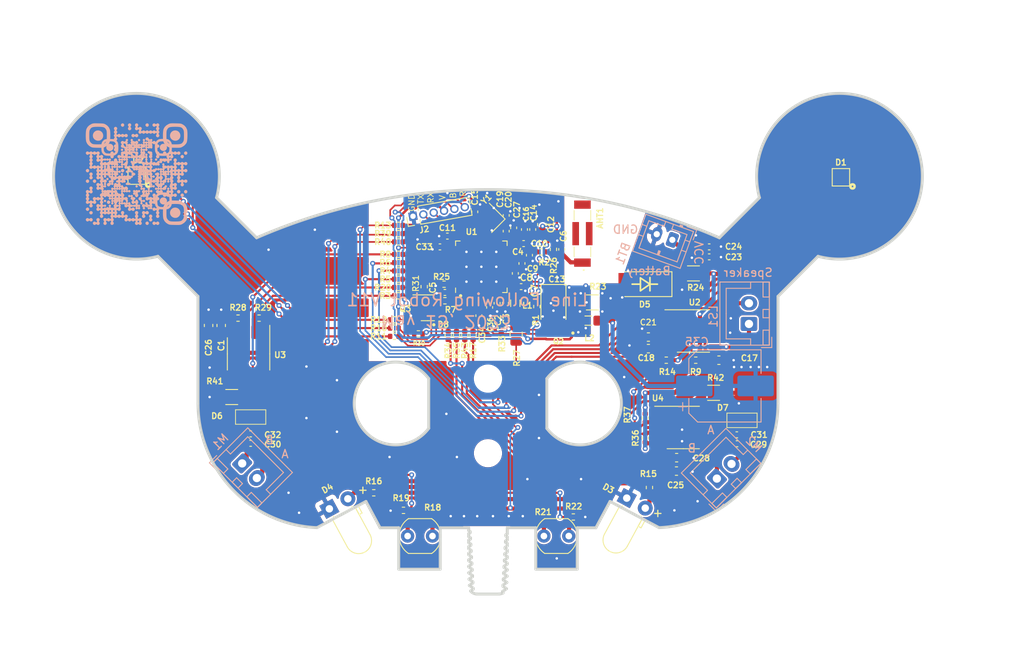
<source format=kicad_pcb>
(kicad_pcb (version 20221018) (generator pcbnew)
  (layers (0 "F.Cu" signal) (31 "B.Cu" signal) (34 "B.Paste" user) (35 "F.Paste" user) (36 "B.SilkS" user "B.Silkscreen") (37 "F.SilkS" user "F.Silkscreen") (38 "B.Mask" user) (39 "F.Mask" user) (44 "Edge.Cuts" user))
  (net 0 "")
  (net 1 "GND")
  (net 2 "/VDDCORE")
  (net 3 "/DCDC_OUT")
  (net 4 "Net-(U1-ANT)")
  (net 5 "/XIN")
  (net 6 "/AVDD15")
  (net 7 "/XOUT")
  (net 8 "VCC")
  (net 9 "/AUDIO")
  (net 10 "Net-(U1-GPIO21)")
  (net 11 "Net-(ANT1-FEED)")
  (net 15 "Net-(U1-GPIO7)")
  (net 16 "GNDD")
  (net 17 "VPP")
  (net 18 "/RESET")
  (net 19 "Net-(U2-+IN)")
  (net 20 "Net-(M2-Pin_1)")
  (net 21 "Net-(M2-Pin_2)")
  (net 22 "Net-(M1-Pin_1)")
  (net 23 "Net-(M1-Pin_2)")
  (net 24 "Net-(D1-GK)")
  (net 25 "Net-(D1-BK)")
  (net 26 "Net-(D1-RK)")
  (net 27 "/S_SD")
  (net 28 "/MC_1")
  (net 29 "/MC_2")
  (net 30 "/MOTOR2A")
  (net 31 "Net-(D2-GK)")
  (net 32 "/MOTOR1B")
  (net 33 "/P1")
  (net 34 "/MOTOR1A")
  (net 35 "/P2")
  (net 36 "Net-(D2-BK)")
  (net 37 "/BOOT")
  (net 38 "Net-(D2-RK)")
  (net 39 "Net-(D3-A)")
  (net 40 "/UART0_TXD")
  (net 41 "/UART0_RXD")
  (net 42 "Net-(D4-A)")
  (net 43 "/LED1_B")
  (net 44 "/LED1_G")
  (net 45 "/LED1_R")
  (net 46 "/LED2_G")
  (net 47 "/LED2_R")
  (net 48 "/LED2_B")
  (net 49 "Net-(D8-A)")
  (net 50 "Net-(D8-K)")
  (net 51 "Net-(U1-SW_DCDC)")
  (net 52 "Net-(D5-K)")
  (net 53 "/IRRX")
  (net 54 "/IRTX")
  (net 55 "Net-(U2-VO2)")
  (net 56 "Net-(U2-VO1)")
  (net 57 "Net-(U1-GPIO26)")
  (net 58 "Net-(U2--IN)")
  (net 61 "/MOTOR2B")
  (net 64 "/VCC_LED")
  (net 65 "Net-(U1-GPIO17)")
  (net 66 "Net-(U1-GPIO25)")
  (net 67 "Net-(Q3-B)")
  (net 68 "Net-(U1-GPIO3)")
  (net 71 "Net-(U1-GPIO4)")
  (net 72 "Net-(U1-GPIO18)")
  (net 78 "Net-(U1-GPIO19)")
  (net 79 "Net-(U1-GPIO6)")
  (footprint "Resistor_SMD:R_0402_1005Metric" (layer "F.Cu") (at 197 123.7 90)
    (fp_text reference "R43")
    (fp_text value "10K")
  )
  (footprint "Resistor_SMD:R_0402_1005Metric" (layer "F.Cu") (at 194.6 119.5)
    (fp_text reference "R7")
    (fp_text value "10K")
  )
  (footprint "Capacitor_SMD:C_0402_1005Metric" (layer "F.Cu") (at 204.2 110.9 90)
    (fp_text reference "C16")
    (fp_text value "2.2uF")
  )
  (footprint "USES_Library:SOD-123FL" (layer "F.Cu") (at 230.46 133.94)
    (fp_text reference "D7")
    (fp_text value "SMF5.0CA")
  )
  (footprint "Capacitor_SMD:C_0603_1608Metric" (layer "F.Cu") (at 219.161 123.882 180)
    (fp_text reference "C21")
    (fp_text value "1uF")
  )
  (footprint "Resistor_SMD:R_0402_1005Metric" (layer "F.Cu") (at 189 113.9 180)
    (fp_text reference "R8")
    (fp_text value "10K")
  )
  (footprint "LED_THT:LED_D3.0mm_Horizontal_O1.27mm_Z2.0mm" (layer "F.Cu") (at 216.549452 143.320894 -28.5)
    (fp_text reference "D3")
    (fp_text value "LED")
  )
  (footprint "Resistor_SMD:R_1206_3216Metric" (layer "F.Cu") (at 168.869 131.121 180)
    (fp_text reference "R41")
    (fp_text value "1R")
  )
  (footprint "Capacitor_SMD:C_0402_1005Metric" (layer "F.Cu") (at 208.7 113.3 90)
    (fp_text reference "C6")
    (fp_text value "DNP")
  )
  (footprint "Capacitor_SMD:C_0402_1005Metric" (layer "F.Cu") (at 205.2 110.9 90)
    (fp_text reference "C14")
    (fp_text value "10pF")
  )
  (footprint "1Library:2450AT43B100E" (layer "F.Cu") (at 211.2 111.4 -90)
    (fp_text reference "ANT1")
    (fp_text value "2450AT43B100E" hide)
  )
  (footprint "Package_SO:SOP-8_3.9x4.9mm_P1.27mm" (layer "F.Cu") (at 224.6 123.15)
    (fp_text reference "U2")
    (fp_text value "FM8002A")
  )
  (footprint "Capacitor_SMD:C_0603_1608Metric" (layer "F.Cu") (at 227.67 126.676)
    (fp_text reference "C17")
    (fp_text value "22uF")
  )
  (footprint "Capacitor_SMD:C_0402_1005Metric" (layer "F.Cu") (at 201.9 119.8 -90)
    (fp_text reference "C3")
    (fp_text value "2.2uF")
  )
  (footprint "Resistor_SMD:R_0402_1005Metric" (layer "F.Cu") (at 195 123.7 90)
    (fp_text reference "R34")
    (fp_text value "150R")
  )
  (footprint "Resistor_SMD:R_0402_1005Metric" (layer "F.Cu") (at 189 112.4)
    (fp_text reference "R40")
    (fp_text value "1k")
  )
  (footprint "Capacitor_SMD:C_0402_1005Metric" (layer "F.Cu") (at 200.9 119.8 -90)
    (fp_text reference "C2")
    (fp_text value "2.2uF")
  )
  (footprint "Resistor_SMD:R_1206_3216Metric" (layer "F.Cu") (at 212.4 119.7 180)
    (fp_text reference "R23")
    (fp_text value "10R")
  )
  (footprint "Capacitor_SMD:C_0402_1005Metric" (layer "F.Cu") (at 171.155 136.709 180)
    (fp_text reference "C30")
    (fp_text value "100nF")
  )
  (footprint "Resistor_SMD:R_0402_1005Metric" (layer "F.Cu") (at 191.4 123.5)
    (fp_text reference "R30")
    (fp_text value "33R")
  )
  (footprint "USES_Library:XDCR_PT19-21B_L41_TR8" (layer "F.Cu") (at 208.3 123.4 180)
    (fp_text reference "Q2")
    (fp_text value "PT19-21B/L41/TR8")
  )
  (footprint "Capacitor_SMD:C_0402_1005Metric" (layer "F.Cu") (at 229.86 136.76 180)
    (fp_text reference "C29")
    (fp_text value "100nF")
  )
  (footprint "Resistor_SMD:R_0402_1005Metric" (layer "F.Cu") (at 172.171 121.596 180)
    (fp_text reference "R29")
    (fp_text value "10K")
  )
  (footprint "Package_SO:SOP-8_3.9x4.9mm_P1.27mm" (layer "F.Cu") (at 170.901 125.914 -90)
    (fp_text reference "U3")
    (fp_text value "TC8301")
  )
  (footprint "Resistor_SMD:R_0805_2012Metric" (layer "F.Cu") (at 203.2 123.5 -90)
    (fp_text reference "R27")
    (fp_text value "100R")
  )
  (footprint "Package_DFN_QFN:QFN-48-1EP_6x6mm_P0.4mm_EP4.3x4.3mm" (layer "F.Cu") (at 199 115.4 90)
    (fp_text reference "U1")
    (fp_text value "BL706C")
  )
  (footprint "Resistor_SMD:R_0402_1005Metric" (layer "F.Cu") (at 186.014 142.678 180)
    (fp_text reference "R16")
    (fp_text value "47R")
  )
  (footprint "Capacitor_SMD:C_0402_1005Metric" (layer "F.Cu") (at 203.9 115 -90)
    (fp_text reference "C9")
    (fp_text value "100nF")
  )
  (footprint "Capacitor_SMD:C_0402_1005Metric" (layer "F.Cu") (at 226.5 114.2)
    (fp_text reference "C23")
    (fp_text value "2.2uF")
  )
  (footprint "Capacitor_SMD:C_0402_1005Metric" (layer "F.Cu") (at 203.8 117.8)
    (fp_text reference "C7")
    (fp_text value "2.2uF")
  )
  (footprint "Resistor_SMD:R_0402_1005Metric" (layer "F.Cu") (at 189 110.4 180)
    (fp_text reference "R13")
    (fp_text value "20K")
  )
  (footprint "Resistor_SMD:R_1206_3216Metric" (layer "F.Cu") (at 227.035 130.613)
    (fp_text reference "R42")
    (fp_text value "1R")
  )
  (footprint "Resistor_SMD:R_0402_1005Metric" (layer "F.Cu") (at 169.631 121.596)
    (fp_text reference "R28")
    (fp_text value "10K")
  )
  (footprint "Package_TO_SOT_SMD:SOT-23-3" (layer "F.Cu") (at 192.5375 120.35)
    (fp_text reference "Q3")
    (fp_text value "S8050")
  )
  (footprint "Capacitor_SMD:C_0603_1608Metric" (layer "F.Cu") (at 222.57 138.44)
    (fp_text reference "C28")
    (fp_text value "10uF")
  )
  (footprint "LED_THT:LED_D3.0mm_Horizontal_O1.27mm_Z2.0mm" (layer "F.Cu") (at 180.653505 144.61379 28.5)
    (fp_text reference "D4")
    (fp_text value "LED")
  )
  (footprint "Capacitor_SMD:C_0603_1608Metric" (layer "F.Cu") (at 166.075 122.485 90)
    (fp_text reference "C26")
    (fp_text value "10uF")
  )
  (footprint "Capacitor_SMD:C_0402_1005Metric" (layer "F.Cu") (at 202.9 110.7 90)
    (fp_text reference "C27")
    (fp_text value "100nF")
  )
  (footprint "Resistor_SMD:R_0402_1005Metric" (layer "F.Cu") (at 198 123.7 90)
    (fp_text reference "R17")
    (fp_text value "10K")
  )
  (footprint "Resistor_SMD:R_0402_1005Metric" (layer "F.Cu") (at 205.7 120.2 -90)
    (fp_text reference "R1")
    (fp_text value "100K")
  )
  (footprint "Capacitor_SMD:C_0603_1608Metric" (layer "F.Cu") (at 222.55 140.06)
    (fp_text reference "C25")
    (fp_text value "10uF")
  )
  (footprint "Resistor_SMD:R_0402_1005Metric" (layer "F.Cu") (at 207.7 113.3 90)
    (fp_text reference "R26")
    (fp_text value "DNP")
  )
  (footprint "Inductor_SMD:L_0805_2012Metric" (layer "F.Cu") (at 203.1 119.8 90)
    (fp_text reference "L1")
    (fp_text value "2.2uH")
  )
  (footprint "1Library:FM-B2020RGBA-HG" (layer "F.Cu") (at 157.4 104.4 180)
    (fp_text reference "D2")
    (fp_text value "LED_RGBA")
  )
  (footprint "Capacitor_SMD:C_0402_1005Metric" (layer "F.Cu") (at 194.6 118.5)
    (fp_text reference "C5")
    (fp_text value "2.2uF")
  )
  (footprint "Resistor_SMD:R_0402_1005Metric" (layer "F.Cu") (at 188.5 122.8)
    (fp_text reference "R10")
    (fp_text value "1K")
  )
  (footprint "Resistor_SMD:R_0402_1005Metric" (layer "F.Cu") (at 224.876 126.676 180)
    (fp_text reference "R9")
    (fp_text value "10K")
  )
  (footprint "Resistor_SMD:R_0402_1005Metric" (layer "F.Cu") (at 201.4 122.8 -90)
    (fp_text reference "R33")
    (fp_text value "10K")
  )
  (footprint "Resistor_SMD:R_0402_1005Metric" (layer "F.Cu") (at 188.981 117.9 180)
    (fp_text reference "R20")
    (fp_text value "150R")
  )
  (footprint "Capacitor_SMD:C_0402_1005Metric" (layer "F.Cu") (at 198.206 108.769 -90)
    (fp_text reference "C15")
    (fp_text value "12pF")
  )
  (footprint "Resistor_SMD:R_0402_1005Metric" (layer "F.Cu") (at 188.981 118.9 180)
    (fp_text reference "R3")
    (fp_text value "150R")
  )
  (footprint "USES_Library:IR19-21C-TR8" (layer "F.Cu") (at 191.5 122.4 180)
    (fp_text reference "D8")
    (fp_text value "IR19-21C/TR8")
  )
  (footprint "USES_Library:SOD-123FL" (layer "F.Cu") (at 171.155 133.534)
    (fp_text reference "D6")
    (fp_text value "SMF5.0CA")
  )
  (footprint "Capacitor_SMD:C_0603_1608Metric" (layer "F.Cu") (at 219.161 125.279)
    (fp_text reference "C18")
    (fp_text value "0.39uF")
  )
  (footprint "Resistor_SMD:R_1206_3216Metric" (layer "F.Cu") (at 224.6 116.2 180)
    (fp_text reference "R24")
    (fp_text value "3R")
  )
  (footprint "Crystal:Crystal_SMD_2016-4Pin_2.0x1.6mm" (layer "F.Cu") (at 200.1 109.5 135)
    (fp_text reference "Y1")
    (fp_text value "32MHz")
  )
  (footprint "Resistor_SMD:R_0402_1005Metric" (layer "F.Cu") (at 189 115.9)
    (fp_text reference "R4")
    (fp_text value "1K")
  )
  (footprint "Capacitor_SMD:C_0402_1005Metric" (layer "F.Cu") (at 229.83 135.68 180)
    (fp_text reference "C31")
    (fp_text value "100nF")
  )
  (footprint "Diode_SMD:D_MELF" (layer "F.Cu") (at 218.7 117.5 180)
    (fp_text reference "D5")
    (fp_text value "ZM4728A")
  )
  (footprint "Connector_PinHeader_1.27mm:PinHeader_1x06_P1.27mm_Vertical" (layer "F.Cu") (at 190.746471 109.302666 100)
    (fp_text reference "J2")
    (fp_text value "Conn_01x06")
  )
  (footprint "Capacitor_SMD:C_0603_1608Metric" (layer "F.Cu") (at 206.3 110.3 90)
    (fp_text reference "C12")
    (fp_text value "10uF")
  )
  (footprint "Resistor_SMD:R_0402_1005Metric" (layer "F.Cu") (at 188.5 123.8)
    (fp_text reference "R11")
    (fp_text value "1K")
  )
  (footprint "OptoDevice:R_LDR_5.0x4.1mm_P3mm_Vertical" (layer "F.Cu") (at 193.1 147.9 180)
    (fp_text reference "R18")
    (fp_text value "GL5516")
  )
  (footprint "Resistor_SMD:R_0402_1005Metric" (layer "F.Cu") (at 189.6 144.8 180)
    (fp_text reference "R19")
    (fp_text value "10K")
  )
  (footprint "1Library:FM-B2020RGBA-HG" (layer "F.Cu") (at 242.4 104.6 180)
    (fp_text reference "D1")
    (fp_text value "LED_RGBA")
  )
  (footprint "Inductor_SMD:L_0805_2012Metric" (layer "F.Cu") (at 211.9 121.9)
    (fp_text reference "L2")
    (fp_text value "100uH")
  )
  (footprint "Capacitor_SMD:C_0402_1005Metric" (layer "F.Cu") (at 194 113 180)
    (fp_text reference "C33")
    (fp_text value "1uF")
  )
  (footprint "Resistor_SMD:R_0402_1005Metric" (layer "F.Cu") (at 219.288 142.043 -90)
    (fp_text reference "R15")
    (fp_text value "47R")
  )
  (footprint "Resistor_SMD:R_0402_1005Metric" (layer "F.Cu") (at 210.1 145.599)
    (fp_text reference "R22")
    (fp_text value "10K")
  )
  (footprint "MountingHole:MountingHole_3mm" (layer "F.Cu") (at 199.8 137.9 90)
    (fp_text reference "H2")
    (fp_text value "Mounting Hole")
  )
  (footprint "Capacitor_SMD:C_0603_1608Metric" (layer "F.Cu") (at 167.599 122.485 90)
    (fp_text reference "C1")
    (fp_text value "10uF")
  )
  (footprint "Resistor_SMD:R_0402_1005Metric" (layer "F.Cu") (at 189 114.9)
    (fp_text reference "R6")
    (fp_text value "1K")
  )
  (footprint "Resistor_SMD:R_0402_1005Metric" (layer "F.Cu") (at 194.5 117.5)
    (fp_text reference "R25")
    (fp_text value "47K")
  )
  (footprint "Capacitor_SMD:C_0402_1005Metric" (layer "F.Cu") (at 204.1 112.6)
    (fp_text reference "C10")
    (fp_text value "10pF")
  )
  (footprint "Resistor_SMD:R_0402_1005Metric" (layer "F.Cu") (at 221.32 126.676 180)
    (fp_text reference "R14")
    (fp_text value "20K")
  )
  (footprint "Capacitor_SMD:C_0402_1005Metric" (layer "F.Cu") (at 202 109.2 -90)
    (fp_text reference "C20")
    (fp_text value "12pF")
  )
  (footprint "Resistor_SMD:R_0402_1005Metric" (layer "F.Cu") (at 192.1 117.8 -90)
    (fp_text reference "R31")
    (fp_text value "10K")
  )
  (footprint "Resistor_SMD:R_0402_1005Metric" (layer "F.Cu") (at 218.78 133.661 -90)
    (fp_text reference "R37")
    (fp_text value "10K")
  )
  (footprint "Resistor_SMD:R_0402_1005Metric" (layer "F.Cu") (at 196 123.7 90)
    (fp_text reference "R35")
    (fp_text value "150R")
  )
  (footprint "Capacitor_SMD:C_0402_1005Metric" (layer "F.Cu") (at 202 111.1 90)
    (fp_text reference "C19")
    (fp_text value "10pF")
  )
  (footprint "OptoDevice:R_LDR_5.0x4.1mm_P3mm_Vertical" (layer "F.Cu") (at 206.55 147.9)
    (fp_text reference "R21")
    (fp_text value "GL5516")
  )
  (footprint "Capacitor_Tantalum_SMD:CP_EIA-3528-21_Kemet-B" (layer "F.Cu") (at 207.7 120 -90)
    (fp_text reference "C13")
    (fp_text value "100uF")
  )
  (footprint "Capacitor_SMD:C_0402_1005Metric" (layer "F.Cu") (at 198.7 121.3 -90)
    (fp_text reference "C34")
    (fp_text value "1uF")
  )
  (footprint "Capacitor_SMD:C_0402_1005Metric" (layer "F.Cu") (at 204.8 114 -90)
    (fp_text reference "C4")
    (fp_text value "DNP")
  )
  (footprint "Capacitor_SMD:C_0402_1005Metric" (layer "F.Cu") (at 203.1 116.2 -90)
    (fp_text reference "C8")
    (fp_text value "2.2uF")
  )
  (footprint "Capacitor_SMD:C_0402_1005Metric" (layer "F.Cu") (at 171.155 135.566 180)
    (fp_text reference "C32")
    (fp_text value "100nF")
  )
  (footprint "Capacitor_SMD:C_0402_1005Metric" (layer "F.Cu") (at 194.9 111.7)
    (fp_text reference "C11")
    (fp_text value "2.2uF")
  )
  (footprint "Resistor_SMD:R_0402_1005Metric" (layer "F.Cu") (at 189 111.4)
    (fp_text reference "R39")
    (fp_text value "1k")
  )
  (footprint "Capacitor_SMD:C_0402_1005Metric" (layer "F.Cu") (at 226.5 113)
    (fp_text reference "C24")
    (fp_text value "100nF")
  )
  (footprint "Resistor_SMD:R_0402_1005Metric" (layer "F.Cu") (at 206.2 113.6)
    (fp_text reference "R2")
    (fp_text value "0R")
  )
  (footprint "Resistor_SMD:R_0402_1005Metric" (layer "F.Cu") (at 188.5 121.8)
    (fp_text reference "R12")
    (fp_text value "1K")
  )
  (footprint "Resistor_SMD:R_0402_1005Metric" (layer "F.Cu") (at 188.981 116.9)
    (fp_text reference "R5")
    (fp_text value "1K")
  )
  (footprint "Package_SO:SOP-8_3.9x4.9mm_P1.27mm" (layer "F.Cu") (at 223.37 134.8)
    (fp_text reference "U4")
    (fp_text value "TC8301")
  )
  (footprint "MountingHole:MountingHole_3mm" (layer "F.Cu") (at 199.8 128.9 90)
    (fp_text reference "H1")
    (fp_text value "Mounting Hole")
  )
  (footprint "Capacitor_SMD:C_0402_1005Metric" (layer "F.Cu") (at 200 120.3 -90)
    (fp_text reference "C36")
    (fp_text value "1nF")
  )
  (footprint "Resistor_SMD:R_0402_1005Metric" (layer "F.Cu") (at 218.78 136.074 90)
    (fp_text reference "R36")
    (fp_text value "10K")
  )
  (footprint "2023_03_22" (layer "B.Cu") (at 157.39 104.22 180)
    (fp_text reference "G***" hide)
    (fp_text value "LOGO" hide)
  )
  (footprint "Capacitor_SMD:CP_Elec_8x10.5" (layer "B.Cu") (at 228.4 129.78)
    (fp_text reference "C35")
    (fp_text value "1000uF")
  )
  (footprint "Connector_JST:JST_XH_B2B-XH-A_1x02_P2.50mm_Vertical" (layer "B.Cu") (at 231.3 122.3 90)
    (fp_text reference "LS1")
    (fp_text value "Speaker")
  )
  (footprint "Connector_JST:JST_PH_B2B-PH-K_1x02_P2.00mm_Vertical" (layer "B.Cu") (at 222.05 112.15 160)
    (fp_text reference "BT1")
    (fp_text value "Battery")
  )
  (footprint "Connector_JST:JST_XH_B2B-XH-A_1x02_P2.50mm_Vertical" (layer "B.Cu") (at 170.132233 139.132233 -45)
    (fp_text reference "M1")
    (fp_text value "Conn_01x02_Male")
  )
  (footprint "LOGO" (layer "B.Cu") (at 157.39 104.22 180)
    (fp_text reference "G***" hide)
    (fp_text value "LOGO" hide)
  )
  (footprint "Connector_JST:JST_XH_B2B-XH-A_1x02_P2.50mm_Vertical" (layer "B.Cu") (at 227.427348 140.965115 45)
    (fp_text reference "M2")
    (fp_text value "Conn_01x02_Male")
  )
  (gr_line (start 186.772778 146.9) (end 185.071026 143.720923) (stroke (width 0.35)) (layer "Edge.Cuts"))
  (gr_line (start 202.124997 148.799033) (end 202.124997 149.09696) (stroke (width 0.35)) (layer "Edge.Cuts"))
  (gr_arc (start 179.157823 146.886247) (mid 168.968733 142.277074) (end 164.8 131.899999) (stroke (width 0.35)) (layer "Edge.Cuts"))
  (gr_line (start 197.475003 151.621374) (end 197.475003 151.547812) (stroke (width 0.35)) (layer "Edge.Cuts"))
  (gr_line (start 210.570004 151.9) (end 210.570004 146.9) (stroke (width 0.35)) (layer "Edge.Cuts"))
  (gr_line (start 197.475003 149.972678) (end 197.772854 149.764105) (stroke (width 0.35)) (layer "Edge.Cuts"))
  (gr_line (start 167.032849 107.061789) (end 171.87106 111.9) (stroke (width 0.35)) (layer "Edge.Cuts"))
  (gr_line (start 201.628537 154.763968) (end 201.560483 154.716315) (stroke (width 0.35)) (layer "Edge.Cuts"))
  (gr_line (start 232.567151 107.061789) (end 227.72894 111.9) (stroke (width 0.35)) (layer "Edge.Cuts"))
  (gr_line (start 202.124997 148.368506) (end 201.90672 148.521338) (stroke (width 0.35)) (layer "Edge.Cuts"))
  (gr_line (start 186.772778 146.9) (end 189.029995 146.9) (stroke (width 0.35)) (layer "Edge.Cuts"))
  (gr_line (start 197.475003 152.351584) (end 197.475003 152.335379) (stroke (width 0.35)) (layer "Edge.Cuts"))
  (gr_line (start 197.977612 153.558585) (end 197.977612 153.433737) (stroke (width 0.35)) (layer "Edge.Cuts"))
  (gr_line (start 197.475003 150.89115) (end 197.475003 150.760245) (stroke (width 0.35)) (layer "Edge.Cuts"))
  (gr_line (start 205.570004 146.9) (end 202.124997 146.9) (stroke (width 0.35)) (layer "Edge.Cuts"))
  (gr_line (start 202.124997 149.588095) (end 201.863446 149.404959) (stroke (width 0.35)) (layer "Edge.Cuts"))
  (gr_line (start 202.034787 154.25936) (end 201.603756 153.957556) (stroke (width 0.35)) (layer "Edge.Cuts"))
  (gr_line (start 202.124997 150.377173) (end 201.820157 150.163718) (stroke (width 0.35)) (layer "Edge.Cuts"))
  (gr_line (start 205.570004 151.9) (end 210.570004 151.9) (stroke (width 0.35)) (layer "Edge.Cuts"))
  (gr_line (start 201.603756 153.832709) (end 201.603756 153.957556) (stroke (width 0.35)) (layer "Edge.Cuts"))
  (gr_line (start 201.863446 149.280112) (end 201.863446 149.404959) (stroke (width 0.35)) (layer "Edge.Cuts"))
  (gr_line (start 194.029995 146.9) (end 194.029995 151.9) (stroke (width 0.35)) (layer "Edge.Cuts"))
  (gr_line (start 197.475003 148.397528) (end 197.690945 148.246313) (stroke (width 0.35)) (layer "Edge.Cuts"))
  (gr_arc (start 234.8 131.9) (mid 230.631266 142.277075) (end 220.442176 146.886247) (stroke (width 0.35)) (layer "Edge.Cuts"))
  (gr_line (start 202.124997 149.588095) (end 202.124997 149.82543) (stroke (width 0.35)) (layer "Edge.Cuts"))
  (gr_line (start 201.69032 152.315176) (end 201.69032 152.440024) (stroke (width 0.35)) (layer "Edge.Cuts"))
  (gr_line (start 202.124997 150.553885) (end 201.776883 150.797644) (stroke (width 0.35)) (layer "Edge.Cuts"))
  (gr_line (start 197.475003 150.760245) (end 197.813809 150.523001) (stroke (width 0.35)) (layer "Edge.Cuts"))
  (gr_line (start 194.029995 151.9) (end 189.029995 151.9) (stroke (width 0.35)) (layer "Edge.Cuts"))
  (gr_arc (start 232.567149 107.061784) (mid 249.297474 97.402525) (end 239.638217 114.132851) (stroke (width 0.35)) (layer "Edge.Cuts"))
  (gr_line (start 197.475003 147.240042) (end 197.650006 147.36257) (stroke (width 0.35)) (layer "Edge.Cuts"))
  (gr_line (start 202.124997 148.009955) (end 201.949994 147.887427) (stroke (width 0.35)) (layer "Edge.Cuts"))
  (gr_line (start 202.124997 149.82543) (end 201.820157 150.03887) (stroke (width 0.35)) (layer "Edge.Cuts"))
  (gr_line (start 202.078061 153.500601) (end 201.64703 153.198782) (stroke (width 0.35)) (layer "Edge.Cuts"))
  (gr_line (start 202.124997 151.282355) (end 201.733594 151.556418) (stroke (width 0.35)) (layer "Edge.Cuts"))
  (gr_line (start 202.124997 151.166251) (end 202.124997 151.282355) (stroke (width 0.35)) (layer "Edge.Cuts"))
  (gr_line (start 197.545331 153.861273) (end 198.018567 154.192648) (stroke (width 0.35)) (layer "Edge.Cuts"))
  (gr_line (start 197.475003 152.351584) (end 197.936657 152.674857) (stroke (width 0.35)) (layer "Edge.Cuts"))
  (gr_line (start 202.124997 146.9) (end 202.124997 147.640036) (stroke (width 0.35)) (layer "Edge.Cuts"))
  (gr_line (start 202.034787 154.25936) (end 201.560483 154.591483) (stroke (width 0.35)) (layer "Edge.Cuts"))
  (gr_line (start 197.650006 147.487418) (end 197.650006 147.36257) (stroke (width 0.35)) (layer "Edge.Cuts"))
  (gr_line (start 197.475003 147.970267) (end 197.475003 147.609961) (stroke (width 0.35)) (layer "Edge.Cuts"))
  (gr_arc (start 206.899995 128.9) (mid 215.905206 131.9) (end 206.899995 134.9) (stroke (width 0.35)) (layer "Edge.Cuts"))
  (gr_line (start 197.936657 152.799689) (end 197.936657 152.674857) (stroke (width 0.35)) (layer "Edge.Cuts"))
  (gr_line (start 197.475003 152.335379) (end 197.895718 152.040793) (stroke (width 0.35)) (layer "Edge.Cuts"))
  (gr_line (start 197.475003 147.240042) (end 197.475003 146.9) (stroke (width 0.35)) (layer "Edge.Cuts"))
  (gr_line (start 202.124997 151.166251) (end 201.776883 150.922491) (stroke (width 0.35)) (layer "Edge.Cuts"))
  (gr_line (start 212.827221 146.9) (end 210.570004 146.9) (stroke (width 0.35)) (layer "Edge.Cuts"))
  (gr_arc (start 159.961784 114.132851) (mid 150.302525 97.402526) (end 167.032851 107.061783) (stroke (width 0.35)) (layer "Edge.Cuts"))
  (gr_line (start 197.475003 147.970267) (end 197.690945 148.121481) (stroke (width 0.35)) (layer "Edge.Cuts"))
  (gr_line (start 201.560483 154.591483) (end 201.560483 154.716315) (stroke (width 0.35)) (layer "Edge.Cuts"))
  (gr_line (start 202.124997 149.09696) (end 201.863446 149.280112) (stroke (width 0.35)) (layer "Edge.Cuts"))
  (gr_line (start 197.475003 147.609961) (end 197.650006 147.487418) (stroke (width 0.35)) (layer "Edge.Cuts"))
  (gr_line (start 202.078061 153.500601) (end 201.603756 153.832709) (stroke (width 0.35)) (layer "Edge.Cuts"))
  (gr_line (start 197.504376 153.102377) (end 197.977612 153.433737) (stroke (width 0.35)) (layer "Edge.Cuts"))
  (gr_line (start 197.475003 150.160925) (end 197.813809 150.398154) (stroke (width 0.35)) (layer "Edge.Cuts"))
  (gr_line (start 202.124997 148.799033) (end 201.90672 148.646185) (stroke (width 0.35)) (layer "Edge.Cuts"))
  (gr_line (start 197.690945 148.246313) (end 197.690945 148.121481) (stroke (width 0.35)) (layer "Edge.Cuts"))
  (gr_line (start 164.8 131.9) (end 164.8 118.97106) (stroke (width 0.35)) (layer "Edge.Cuts"))
  (gr_line (start 214.528973 143.720923) (end 220.442181 146.886252) (stroke (width 0.35)) (layer "Edge.Cuts"))
  (gr_line (start 201.733594 151.556418) (end 201.733594 151.68125) (stroke (width 0.35)) (layer "Edge.Cuts"))
  (gr_line (start 197.504376 153.102377) (end 197.936657 152.799689) (stroke (width 0.35)) (layer "Edge.Cuts"))
  (gr_line (start 202.124997 150.377173) (end 202.124997 150.553885) (stroke (width 0.35)) (layer "Edge.Cuts"))
  (gr_line (start 201.90672 148.521338) (end 201.90672 148.646185) (stroke (width 0.35)) (layer "Edge.Cuts"))
  (gr_line (start 239.638211 114.132849) (end 234.8 118.97106) (stroke (width 0.35)) (layer "Edge.Cuts"))
  (gr_line (start 198.018567 154.31748) (end 198.018567 154.192648) (stroke (width 0.35)) (layer "Edge.Cuts"))
  (gr_line (start 185.071026 143.720923) (end 179.157818 146.886252) (stroke (width 0.35)) (layer "Edge.Cuts"))
  (gr_line (start 197.7319 149.005209) (end 197.7319 148.880362) (stroke (width 0.35)) (layer "Edge.Cuts"))
  (gr_line (start 234.8 131.9) (end 234.8 118.97106) (stroke (width 0.35)) (layer "Edge.Cuts"))
  (gr_arc (start 192.650006 134.9) (mid 183.650006 131.9) (end 192.650006 128.9) (stroke (width 0.35)) (layer "Edge.Cuts"))
  (gr_line (start 197.854764 151.281897) (end 197.854764 151.157065) (stroke (width 0.35)) (layer "Edge.Cuts"))
  (gr_line (start 202.124997 148.009955) (end 202.124997 148.368506) (stroke (width 0.35)) (layer "Edge.Cuts"))
  (gr_line (start 197.475003 151.547812) (end 197.854764 151.281897) (stroke (width 0.35)) (layer "Edge.Cuts"))
  (gr_line (start 197.545331 153.861273) (end 197.977612 153.558585) (stroke (width 0.35)) (layer "Edge.Cuts"))
  (gr_line (start 197.475003 150.89115) (end 197.854764 151.157065) (stroke (width 0.35)) (layer "Edge.Cuts"))
  (gr_line (start 197.475003 148.700491) (end 197.475003 148.397528) (stroke (width 0.35)) (layer "Edge.Cuts"))
  (gr_line (start 197.813809 150.523001) (end 197.813809 150.398154) (stroke (width 0.35)) (layer "Edge.Cuts"))
  (gr_line (start 202.124997 147.640036) (end 201.949994 147.762579) (stroke (width 0.35)) (layer "Edge.Cuts"))
  (gr_arc (start 201.628531 154.763976) (mid 201.385788 154.865395) (end 201.124997 154.9) (stroke (width 0.35)) (layer "Edge.Cuts"))
  (gr_line (start 202.12135 152.741827) (end 201.64703 153.07395) (stroke (width 0.35)) (layer "Edge.Cuts"))
  (gr_line (start 197.895718 152.040793) (end 197.895718 151.915945) (stroke (width 0.35)) (layer "Edge.Cuts"))
  (gr_line (start 201.820157 150.03887) (end 201.820157 150.163718) (stroke (width 0.35)) (layer "Edge.Cuts"))
  (gr_line (start 201.949994 147.762579) (end 201.949994 147.887427) (stroke (width 0.35)) (layer "Edge.Cuts"))
  (gr_line (start 197.475003 150.160925) (end 197.475003 149.972678) (stroke (width 0.35)) (layer "Edge.Cuts"))
  (gr_line (start 197.475003 148.700491) (end 197.7319 148.880362) (stroke (width 0.35)) (layer "Edge.Cuts"))
  (gr_line (start 202.124997 151.955313) (end 201.733594 151.68125) (stroke (width 0.35)) (layer "Edge.Cuts"))
  (gr_arc (start 171.871068 111.899997) (mid 199.800001 106.087027) (end 227.728934 111.899998) (stroke (width 0.35)) (layer "Edge.Cuts"))
  (gr_line (start 205.570004 146.9) (end 205.570004 151.9) (stroke (width 0.35)) (layer "Edge.Cuts"))
  (gr_line (start 197.475003 149.185095) (end 197.7319 149.005209) (stroke (width 0.35)) (layer "Edge.Cuts"))
  (gr_line (start 197.475003 149.430701) (end 197.475003 149.185095) (stroke (width 0.35)) (layer "Edge.Cuts"))
  (gr_arc (start 198.475003 154.9) (mid 198.049217 154.804824) (end 197.70448 154.537413) (stroke (width 0.35)) (layer "Edge.Cuts"))
  (gr_line (start 197.772854 149.764105) (end 197.772854 149.639273) (stroke (width 0.35)) (layer "Edge.Cuts"))
  (gr_line (start 202.12135 152.741827) (end 201.69032 152.440024) (stroke (width 0.35)) (layer "Edge.Cuts"))
  (gr_line (start 201.124997 154.9) (end 198.475003 154.9) (stroke (width 0.35)) (layer "Edge.Cuts"))
  (gr_line (start 202.124997 152.010809) (end 201.69032 152.315176) (stroke (width 0.35)) (layer "Edge.Cuts"))
  (gr_line (start 197.475003 151.621374) (end 197.895718 151.915945) (stroke (width 0.35)) (layer "Edge.Cuts"))
  (gr_line (start 197.70448 154.537405) (end 198.018567 154.31748) (stroke (width 0.35)) (layer "Edge.Cuts"))
  (gr_line (start 206.899995 134.9) (end 206.899995 128.9) (stroke (width 0.35)) (layer "Edge.Cuts"))
  (gr_line (start 194.029995 146.9) (end 197.475003 146.9) (stroke (width 0.35)) (layer "Edge.Cuts"))
  (gr_line (start 201.64703 153.07395) (end 201.64703 153.198782) (stroke (width 0.35)) (layer "Edge.Cuts"))
  (gr_line (start 192.650006 134.9) (end 192.650006 128.9) (stroke (width 0.35)) (layer "Edge.Cuts"))
  (gr_line (start 159.961789 114.132849) (end 164.8 118.97106) (stroke (width 0.35)) (layer "Edge.Cuts"))
  (gr_line (start 212.827221 146.9) (end 214.528973 143.720923) (stroke (width 0.35)) (layer "Edge.Cuts"))
  (gr_line (start 201.776883 150.797644) (end 201.776883 150.922491) (stroke (width 0.35)) (layer "Edge.Cuts"))
  (gr_line (start 202.124997 151.955313) (end 202.124997 152.010809) (stroke (width 0.35)) (layer "Edge.Cuts"))
  (gr_line (start 189.029995 151.9) (end 189.029995 146.9) (stroke (width 0.35)) (layer "Edge.Cuts"))
  (gr_line (start 197.475003 149.430701) (end 197.772854 149.639273) (stroke (width 0.35)) (layer "Edge.Cuts"))
  (gr_text "A" (at 226.7 135.1) (layer "B.SilkS") (effects (font (size 1 1)) (justify mirror)))
  (gr_text "Battery" (at 219.2 115.9) (layer "B.SilkS") (effects (font (size 1 1)) (justify mirror)))
  (gr_text "Line Following Robot V11" (at 197.3 119.4) (layer "B.SilkS") (effects (font (size 1.5 1.5) (thickness 0.2)) (justify mirror)))
  (gr_text "May 15, 2023" (at 194.73 122.02 180) (layer "B.SilkS") (effects (font (size 1.5 1.5) (thickness 0.2)) (justify mirror)))
  (gr_text "B" (at 224.4 137.3) (layer "B.SilkS") (effects (font (size 1 1)) (justify mirror)))
  (gr_text "Speaker" (at 231.2 116.1) (layer "B.SilkS") (effects (font (size 1 1)) (justify mirror)))
  (gr_text "GND" (at 216.4 110.9) (layer "B.SilkS") (effects (font (size 1 1)) (justify mirror)))
  (gr_text "B" (at 173.4 136.3) (layer "B.SilkS") (effects (font (size 1 1)) (justify mirror)))
  (gr_text "A" (at 175.3 138) (layer "B.SilkS") (effects (font (size 1 1)) (justify mirror)))
  (gr_text "VCC" (at 225.3 113.7 90) (layer "B.SilkS") (effects (font (size 1 1)) (justify mirror)))
  (gr_text "B" (at 196 107.2 90) (layer "F.SilkS") (effects (font (size 0.7 0.7) (thickness 0.1)) (justify left bottom)))
  (gr_text "TX" (at 192.1 107.9 90) (layer "F.SilkS") (effects (font (size 0.7 0.7) (thickness 0.1)) (justify left bottom)))
  (gr_text "RX" (at 193.3 107.8 90) (layer "F.SilkS") (effects (font (size 0.7 0.7) (thickness 0.1)) (justify left bottom)))
  (gr_text "+" (at 220.3 145.1) (layer "F.SilkS") (effects (font (size 1 1))))
  (gr_text "+" (at 184.7 142.3) (layer "F.SilkS") (effects (font (size 1 1))))
  (gr_text "GND" (at 191 108.8 90) (layer "F.SilkS") (effects (font (size 0.7 0.7) (thickness 0.1)) (justify left bottom)))
  (gr_text "R" (at 197.2 107 90) (layer "F.SilkS") (effects (font (size 0.7 0.7) (thickness 0.1)) (justify left bottom)))
  (gr_text "V" (at 194.7 107.4 90) (layer "F.SilkS") (effects (font (size 0.7 0.7) (thickness 0.1)) (justify left bottom)))
  (segment (start 228.813 130.613) (end 230.083 131.883) (width 0.5) (layer "F.Cu") (net 1))
  (segment (start 228.4975 130.613) (end 228.813 130.613) (width 0.5) (layer "F.Cu") (net 1))
  (segment (start 224.417 140.06) (end 224.495 140.138) (width 0.5) (layer "F.Cu") (net 1))
  (segment (start 223.345 138.44) (end 224.575 138.44) (width 0.5) (layer "F.Cu") (net 1))
  (segment (start 227.894 114.2) (end 227.924 114.23) (width 0.5) (layer "F.Cu") (net 1))
  (segment (start 166.075 121.71) (end 166.075 120.58) (width 0.5) (layer "F.Cu") (net 1))
  (segment (start 167.4065 131.121) (end 166.202 131.121) (width 0.5) (layer "F.Cu") (net 1))
  (segment (start 223.325 140.06) (end 224.417 140.06) (width 0.5) (layer "F.Cu") (net 1))
  (segment (start 218.386 123.882) (end 218.386 122.879) (width 0.5) (layer "F.Cu") (net 1))
  (segment (start 224.575 138.44) (end 224.622 138.487) (width 0.5) (layer "F.Cu") (net 1))
  (segment (start 226.98 113) (end 227.884 113) (width 0.5) (layer "F.Cu") (net 1))
  (segment (start 210.61 145.599) (end 211.541 145.599) (width 0.5) (layer "F.Cu") (net 1))
  (segment (start 188.083 144.8) (end 188.046 144.837) (width 0.5) (layer "F.Cu") (net 1))
  (segment (start 167.599 121.71) (end 167.599 120.58) (width 0.5) (layer "F.Cu") (net 1))
  (segment (start 228.185 122.515) (end 229.03 123.36) (width 0.5) (layer "F.Cu") (net 1))
  (segment (start 226.98 114.2) (end 227.894 114.2) (width 0.5) (layer "F.Cu") (net 1))
  (segment (start 189.09 144.8) (end 188.083 144.8) (width 0.5) (layer "F.Cu") (net 1))
  (segment (start 227.884 113) (end 227.924 112.96) (width 0.5) (layer "F.Cu") (net 1))
  (segment (start 218.386 122.879) (end 218.399 122.866) (width 0.5) (layer "F.Cu") (net 1))
  (segment (start 227.225 122.515) (end 228.185 122.515) (width 0.5) (layer "F.Cu") (net 1))
  (segment (start 228.445 126.676) (end 229.448 126.676) (width 0.5) (layer "F.Cu") (net 1))
  (via (at 224.495 140.138) (size 0.6) (drill 0.3) (layers "F.Cu" "B.Cu") (net 1))
  (via (at 196.902334 145.5) (size 0.6) (drill 0.3) (layers "F.Cu" "B.Cu") (net 1))
  (via (at 224.411089 114.311089) (size 0.6) (drill 0.3) (layers "F.Cu" "B.Cu") (net 1))
  (via (at 224.9 111.6) (size 0.6) (drill 0.3) (layers "F.Cu" "B.Cu") (net 1))
  (via (at 196.047 138.36) (size 0.6) (drill 0.3) (layers "F.Cu" "B.Cu") (net 1))
  (via (at 175.727 142.678) (size 0.6) (drill 0.3) (layers "F.Cu" "B.Cu") (net 1))
  (via (at 216.875 124.898) (size 0.6) (drill 0.3) (layers "F.Cu" "B.Cu") (net 1))
  (via (at 223.225 118.167) (size 0.6) (drill 0.3) (layers "F.Cu" "B.Cu") (net 1))
  (via (at 205.953 136.074) (size 0.6) (drill 0.3) (layers "F.Cu" "B.Cu") (net 1))
  (via (at 214.6 119.2) (size 0.6) (drill 0.3) (layers "F.Cu" "B.Cu") (net 1))
  (via (at 229.11 121.62) (size 0.6) (drill 0.3) (layers "F.Cu" "B.Cu") (net 1))
  (via (at 213.6 120.8) (size 0.6) (drill 0.3) (layers "F.Cu" "B.Cu") (net 1))
  (via (at 231.5 127.5) (size 0.6) (drill 0.3) (layers "F.Cu" "B.Cu") (net 1))
  (via (at 213.6 118.6) (size 0.6) (drill 0.3) (layers "F.Cu" "B.Cu") (net 1))
  (via (at 204 145.5) (size 0.6) (drill 0.3) (layers "F.Cu" "B.Cu") (net 1))
  (via (at 204.556 141.027) (size 0.6) (drill 0.3) (layers "F.Cu" "B.Cu") (net 1))
  (via (at 225.1 143.7) (size 0.6) (drill 0.3) (layers "F.Cu" "B.Cu") (net 1))
  (via (at 173.314 113.341) (size 0.6) (drill 0.3) (layers "F.Cu" "B.Cu") (net 1))
  (via (at 166.202 131.121) (size 0.6) (drill 0.3) (layers "F.Cu" "B.Cu") (net 1))
  (via (at 188.046 144.837) (size 0.6) (drill 0.3) (layers "F.Cu" "B.Cu") (net 1))
  (via (at 223.225 135.058) (size 0.6) (drill 0.3) (layers "F.Cu" "B.Cu") (net 1))
  (via (at 194.777 133.153) (size 0.6) (drill 0.3) (layers "F.Cu" "B.Cu") (net 1))
  (via (at 229.03 123.36) (size 0.6) (drill 0.3) (layers "F.Cu" "B.Cu") (net 1))
  (via (at 230.083 131.883) (size 0.6) (drill 0.3) (layers "F.Cu" "B.Cu") (net 1))
  (via (at 227.924 112.96) (size 0.6) (drill 0.3) (layers "F.Cu" "B.Cu") (net 1))
  (via (at 198.5 145.5) (size 0.6) (drill 0.3) (layers "F.Cu" "B.Cu") (net 1))
  (via (at 216.7 115.9) (size 0.6) (drill 0.3) (layers "F.Cu" "B.Cu") (net 1))
  (via (at 232.5 127.5) (size 0.6) (drill 0.3) (layers "F.Cu" "B.Cu") (net 1))
  (via (at 233.5 127.5) (size 0.6) (drill 0.3) (layers "F.Cu" "B.Cu") (net 1))
  (via (at 177.886 133.661) (size 0.6) (drill 0.3) (layers "F.Cu" "B.Cu") (net 1))
  (via (at 230.4 127.5) (size 0.6) (drill 0.3) (layers "F.Cu" "B.Cu") (net 1))
  (via (at 167.599 120.58) (size 0.6) (drill 0.3) (layers "F.Cu" "B.Cu") (net 1))
  (via (at 229.5 127.5) (size 0.6) (drill 0.3) (layers "F.Cu" "B.Cu") (net 1))
  (via (at 216 119.1) (size 0.6) (drill 0.3) (layers "F.Cu" "B.Cu") (net 1))
  (via (at 229.448 126.676) (size 0.6) (drill 0.3) (layers "F.Cu" "B.Cu") (net 1))
  (via (at 223.225 136.455) (size 0.6) (drill 0.3) (layers "F.Cu" "B.Cu") (net 1))
  (via (at 195.300242 145.5) (size 0.6) (drill 0.3) (layers "F.Cu" "B.Cu") (net 1))
  (via (at 202.307798 145.5) (size 0.6) (drill 0.3) (layers "F.Cu" "B.Cu") (net 1))
  (via (at 211.033 141.027) (size 0.6) (drill 0.3) (layers "F.Cu" "B.Cu") (net 1))
  (via (at 181.569 135.312) (size 0.6) (drill 0.3) (layers "F.Cu" "B.Cu") (net 1))
  (via (at 187.919 138.36) (size 0.6) (drill 0.3) (layers "F.Cu" "B.Cu") (net 1))
  (via (at 227.924 114.23) (size 0.6) (drill 0.3) (layers "F.Cu" "B.Cu") (net 1))
  (via (at 205.953 130.867) (size 0.6) (drill 0.3) (layers "F.Cu" "B.Cu") (net 1))
  (via (at 211.541 145.599) (size 0.6) (drill 0.3) (layers "F.Cu" "B.Cu") (net 1))
  (via (at 216.24 128.708) (size 0.6) (drill 0.3) (layers "F.Cu" "B.Cu") (net 1))
  (via (at 222.3 144.8) (size 0.6) (drill 0.3) (layers "F.Cu" "B.Cu") (net 1))
  (via (at 181.569 129.089) (size 0.6) (drill 0.3) (layers "F.Cu" "B.Cu") (net 1))
  (via (at 208.1 150.6) (size 0.6) (drill 0.3) (layers "F.Cu" "B.Cu") (net 1))
  (via (at 166.075 120.58) (size 0.6) (drill 0.3) (layers "F.Cu" "B.Cu") (net 1))
  (via (at 218.399 122.866) (size 0.6) (drill 0.3) (layers "F.Cu" "B.Cu") (net 1))
  (via (at 176.997 145.091) (size 0.6) (drill 0.3) (layers "F.Cu" "B.Cu") (net 1))
  (via (at 178.902 110.928) (size 0.6) (drill 0.3) (layers "F.Cu" "B.Cu") (net 1))
  (via (at 166.202 127.565) (size 0.6) (drill 0.3) (layers "F.Cu" "B.Cu") (net 1))
  (via (at 200.4 145.5) (size 0.6) (drill 0.3) (layers "F.Cu" "B.Cu") (net 1))
  (via (at 177.886 127.438) (size 0.6) (drill 0.3) (layers "F.Cu" "B.Cu") (net 1))
  (via (at 224.622 138.487) (size 0.6) (drill 0.3) (layers "F.Cu" "B.Cu") (net 1))
  (segment (start 200.8 118.35) (end 200.8 119.22) (width 0.2) (layer "F.Cu") (net 2))
  (segment (start 200.8 119.22) (end 200.9 119.32) (width 0.2) (layer "F.Cu") (net 2))
  (segment (start 201.2 118.35) (end 201.45 118.35) (width 0.2) (layer "F.Cu") (net 3))
  (segment (start 203.1 120.4) (end 203.1 120.8625) (width 0.2) (layer "F.Cu") (net 3))
  (segment (start 203.1 120.52) (end 203.1 120.8625) (width 0.2) (layer "F.Cu") (net 3))
  (segment (start 205 109.1) (end 204.2 109.1) (width 0.2) (layer "F.Cu") (net 3))
  (segment (start 202.5 111.58) (end 202.9 111.18) (width 0.2) (layer "F.Cu") (net 3))
  (segment (start 204.2 109.1) (end 203.51 109.79) (width 0.2) (layer "F.Cu") (net 3))
  (segment (start 207.075 111.725) (end 207.075 109.082538) (width 0.2) (layer "F.Cu") (net 3))
  (segment (start 200.8 111.955025) (end 201.005025 111.75) (width 0.2) (layer "F.Cu") (net 3))
  (segment (start 201.005025 111.75) (end 201.83 111.75) (width 0.2) (layer "F.Cu") (net 3))
  (segment (start 207.075 109.082538) (end 206.692462 108.7) (width 0.2) (layer "F.Cu") (net 3))
  (segment (start 206.85 122.7) (end 206.55 123) (width 0.2) (layer "F.Cu") (net 3))
  (segment (start 205.099474 118.400526) (end 203.1 120.4) (width 0.2) (layer "F.Cu") (net 3))
  (segment (start 201.9 118.8) (end 201.9 119.32) (width 0.2) (layer "F.Cu") (net 3))
  (segment (start 205.4 108.7) (end 205 109.1) (width 0.2) (layer "F.Cu") (net 3))
  (segment (start 203.2 122.3875) (end 203.2 120.9625) (width 0.2) (layer "F.Cu") (net 3))
  (segment (start 206.692462 108.7) (end 205.4 108.7) (width 0.2) (layer "F.Cu") (net 3))
  (segment (start 201.9 119.32) (end 203.1 120.52) (width 0.2) (layer "F.Cu") (net 3))
  (segment (start 209.05 123.25) (end 208.5 122.7) (width 0.2) (layer "F.Cu") (net 3))
  (segment (start 206.11979 112.68021) (end 207.075 111.725) (width 0.2) (layer "F.Cu") (net 3))
  (segment (start 203.51 109.79) (end 203.51 110.57) (width 0.2) (layer "F.Cu") (net 3))
  (segment (start 202.1 111.58) (end 202.5 111.58) (width 0.2) (layer "F.Cu") (net 3))
  (segment (start 205.512274 116.613693) (end 206 116.125967) (width 0.2) (layer "F.Cu") (net 3))
  (segment (start 208.5 122.7) (end 206.85 122.7) (width 0.2) (layer "F.Cu") (net 3))
  (segment (start 205.099474 118.29346) (end 205.099474 118.400526) (width 0.2) (layer "F.Cu") (net 3))
  (segment (start 201.83 111.75) (end 202 111.58) (width 0.2) (layer "F.Cu") (net 3))
  (segment (start 200.8 112.45) (end 200.8 111.955025) (width 0.2) (layer "F.Cu") (net 3))
  (segment (start 203.2 120.9625) (end 203.1 120.8625) (width 0.2) (layer "F.Cu") (net 3))
  (segment (start 206.55 123) (end 203.8125 123) (width 0.2) (layer "F.Cu") (net 3))
  (segment (start 203.8125 123) (end 203.2 122.3875) (width 0.2) (layer "F.Cu") (net 3))
  (segment (start 206 116.125967) (end 206 114.4) (width 0.2) (layer "F.Cu") (net 3))
  (segment (start 203.51 110.57) (end 202.9 111.18) (width 0.2) (layer "F.Cu") (net 3))
  (segment (start 201.45 118.35) (end 201.9 118.8) (width 0.2) (layer "F.Cu") (net 3))
  (via (at 205.512274 116.613693) (size 0.6) (drill 0.3) (layers "F.Cu" "B.Cu") (net 3))
  (via (at 206.064804 112.68021) (size 0.6) (drill 0.3) (layers "F.Cu" "B.Cu") (net 3))
  (via (at 192.3605 123.3) (size 0.6) (drill 0.3) (layers "F.Cu" "B.Cu") (net 3))
  (via (at 202.3 122.9) (size 0.6) (drill 0.3) (layers "F.Cu" "B.Cu") (net 3))
  (via (at 205.099474 118.29346) (size 0.6) (drill 0.3) (layers "F.Cu" "B.Cu") (net 3))
  (via (at 206 114.4) (size 0.6) (drill 0.3) (layers "F.Cu" "B.Cu") (net 3))
  (segment (start 205.498954 116.627013) (end 205.512274 116.613693) (width 0.2) (layer "B.Cu") (net 3))
  (segment (start 206.064804 112.68021) (end 206.064804 114.235196) (width 0.2) (layer "B.Cu") (net 3))
  (segment (start 205.099474 118.29346) (end 205 118.193986) (width 0.2) (layer "B.Cu") (net 3))
  (segment (start 206.064804 114.235196) (end 206 114.3) (width 0.2) (layer "B.Cu") (net 3))
  (segment (start 205.498954 117.7) (end 205.498954 116.627013) (width 0.2) (layer "B.Cu") (net 3))
  (segment (start 192.3605 123.3) (end 192.4605 123.2) (width 0.2) (layer "B.Cu") (net 3))
  (segment (start 202 123.2) (end 202.3 122.9) (width 0.2) (layer "B.Cu") (net 3))
  (segment (start 205.099474 118.09948) (end 205.498954 117.7) (width 0.2) (layer "B.Cu") (net 3))
  (segment (start 192.4605 123.2) (end 202 123.2) (width 0.2) (layer "B.Cu") (net 3))
  (segment (start 205.099474 118.29346) (end 205.099474 118.09948) (width 0.2) (layer "B.Cu") (net 3))
  (segment (start 201.95 113.6) (end 203.154 113.6) (width 0.2) (layer "F.Cu") (net 4))
  (segment (start 203.154 113.6) (end 203.159 113.595) (width 0.2) (layer "F.Cu") (net 4))
  (segment (start 204.68 113.6) (end 204.7 113.62) (width 0.2) (layer "F.Cu") (net 4))
  (segment (start 204.8 113.52) (end 204.725 113.595) (width 0.5) (layer "F.Cu") (net 4))
  (segment (start 204.88 113.6) (end 204.8 113.52) (width 0.5) (layer "F.Cu") (net 4))
  (segment (start 205.67 113.62) (end 205.69 113.6) (width 0.2) (layer "F.Cu") (net 4))
  (segment (start 205.69 113.6) (end 204.88 113.6) (width 0.5) (layer "F.Cu") (net 4))
  (segment (start 204.725 113.595) (end 203.159 113.595) (width 0.5) (layer "F.Cu") (net 4))
  (segment (start 201.107107 109.72929) (end 200.983883 109.606066) (width 0.2) (layer "F.Cu") (net 5))
  (segment (start 200.4 111.640136) (end 201.107107 110.933029) (width 0.2) (layer "F.Cu") (net 5))
  (segment (start 202 109.68) (end 201.057817 109.68) (width 0.2) (layer "F.Cu") (net 5))
  (segment (start 200.4 112.45) (end 200.4 111.640136) (width 0.2) (layer "F.Cu") (net 5))
  (segment (start 201.057817 109.68) (end 200.983883 109.606066) (width 0.2) (layer "F.Cu") (net 5))
  (segment (start 201.107107 110.933029) (end 201.107107 109.72929) (width 0.2) (layer "F.Cu") (net 5))
  (segment (start 201.2 112.45) (end 202.484314 112.45) (width 0.2) (layer "F.Cu") (net 6))
  (segment (start 203.9 111.38) (end 205.2 111.38) (width 0.2) (layer "F.Cu") (net 6))
  (segment (start 203.29 111.99) (end 203.9 111.38) (width 0.2) (layer "F.Cu") (net 6))
  (segment (start 202.484314 112.45) (end 202.944314 111.99) (width 0.2) (layer "F.Cu") (net 6))
  (segment (start 202.944314 111.99) (end 203.29 111.99) (width 0.2) (layer "F.Cu") (net 6))
  (segment (start 200 112.45) (end 200 111.526596) (width 0.2) (layer "F.Cu") (net 7))
  (segment (start 199.002183 109.38) (end 198.4 109.38) (width 0.2) (layer "F.Cu") (net 7))
  (segment (start 200 111.526596) (end 199.2 110.726596) (width 0.2) (layer "F.Cu") (net 7))
  (segment (start 199.2 109.577817) (end 199.002183 109.38) (width 0.2) (layer "F.Cu") (net 7))
  (segment (start 199.2 110.726596) (end 199.2 109.577817) (width 0.2) (layer "F.Cu") (net 7))
  (segment (start 227.035 116.262) (end 227.543 116.262) (width 0.5) (layer "F.Cu") (net 8))
  (segment (start 169.121 121.596) (end 169.121 123.164) (width 0.5) (layer "F.Cu") (net 8))
  (segment (start 225.386 126.676) (end 225.386 123.755) (width 0.5) (layer "F.Cu") (net 8))
  (segment (start 226.02 113) (end 226.02 114.2) (width 0.5) (layer "F.Cu") (net 8))
  (segment (start 191.602 141.281) (end 193.761 143.44) (width 0.5) (layer "F.Cu") (net 8))
  (segment (start 174.33 125.787) (end 175.854 127.311) (width 0.5) (layer "F.Cu") (net 8))
  (segment (start 155.246 103.85) (end 156.55 103.85) (width 0.5) (layer "F.Cu") (net 8))
  (segment (start 163.916 113.722) (end 162.138 113.722) (width 0.5) (layer "F.Cu") (net 8))
  (segment (start 169.121 123.164) (end 168.996 123.289) (width 0.5) (layer "F.Cu") (net 8))
  (segment (start 227.035 116.262) (end 226.973 116.2) (width 0.5) (layer "F.Cu") (net 8))
  (segment (start 154.772 104.324) (end 155.246 103.85) (width 0.5) (layer "F.Cu") (net 8))
  (segment (start 226.02 114.2) (end 226.02 116.1575) (width 0.5) (layer "F.Cu") (net 8))
  (segment (start 225.386 126.676) (end 226.895 126.676) (width 0.5) (layer "F.Cu") (net 8))
  (segment (start 222.336 130.613) (end 225.386 127.563) (width 0.5) (layer "F.Cu") (net 8))
  (segment (start 227.225 123.785) (end 225.416 123.785) (width 0.5) (layer "F.Cu") (net 8))
  (segment (start 169.121 118.927) (end 163.916 113.722) (width 0.5) (layer "F.Cu") (net 8))
  (segment (start 162.138 113.722) (end 154.772 106.356) (width 0.5) (layer "F.Cu") (net 8))
  (segment (start 222.05 112.15) (end 222.9 113) (width 0.5) (layer "F.Cu") (net 8))
  (segment (start 172.681 121.596) (end 173.568 121.596) (width 0.5) (layer "F.Cu") (net 8))
  (segment (start 221.795 137.755) (end 220.745 136.705) (width 0.5) (layer "F.Cu") (net 8))
  (segment (start 221.795 138.44) (end 221.795 137.755) (width 0.5) (layer "F.Cu") (net 8))
  (segment (start 175.854 127.311) (end 175.854 136.709) (width 0.5) (layer "F.Cu") (net 8))
  (segment (start 218.78 137.344) (end 218.78 136.584) (width 0.5) (layer "F.Cu") (net 8))
  (segment (start 174.203 122.231) (end 174.203 125.66) (width 0.5) (layer "F.Cu") (net 8))
  (segment (start 221.775 140.06) (end 221.775 138.46) (width 0.5) (layer "F.Cu") (net 8))
  (segment (start 218.78 130.613) (end 222.336 130.613) (width 0.5) (layer "F.Cu") (net 8))
  (segment (start 193.761 143.44) (end 211.414 143.44) (width 0.5) (layer "F.Cu") (net 8))
  (segment (start 168.967 123.26) (end 168.996 123.289) (width 0.5) (layer "F.Cu") (net 8))
  (segment (start 239.755 104.05) (end 241.55 104.05) (width 0.5) (layer "F.Cu") (net 8))
  (segment (start 168.996 124.39) (end 170.393 125.787) (width 0.5) (layer "F.Cu") (net 8))
  (segment (start 175.854 136.709) (end 180.426 141.281) (width 0.5) (layer "F.Cu") (net 8))
  (segment (start 220.745 136.705) (end 218.901 136.705) (width 0.5) (layer "F.Cu") (net 8))
  (segment (start 166.075 123.26) (end 168.967 123.26) (width 0.5) (layer "F.Cu") (net 8))
  (segment (start 169.121 121.596) (end 169.121 118.927) (width 0.5) (layer "F.Cu") (net 8))
  (segment (start 168.996 123.289) (end 168.996 124.39) (width 0.5) (layer "F.Cu") (net 8))
  (segment (start 170.393 125.787) (end 174.33 125.787) (width 0.5) (layer "F.Cu") (net 8))
  (segment (start 225.386 127.563) (end 225.386 126.676) (width 0.5) (layer "F.Cu") (net 8))
  (segment (start 225.416 123.785) (end 225.386 123.755) (width 0.5) (layer "F.Cu") (net 8))
  (segment (start 154.772 106.356) (end 154.772 104.324) (width 0.5) (layer "F.Cu") (net 8))
  (segment (start 173.568 121.596) (end 174.203 122.231) (width 0.5) (layer "F.Cu") (net 8))
  (segment (start 226.973 116.2) (end 226.0625 116.2) (width 0.5) (layer "F.Cu") (net 8))
  (segment (start 218.901 136.705) (end 218.78 136.584) (width 0.5) (layer "F.Cu") (net 8))
  (segment (start 225.386 121.1) (end 225.386 123.755) (width 0.5) (layer "F.Cu") (net 8))
  (segment (start 222.9 113) (end 226.02 113) (width 0.5) (layer "F.Cu") (net 8))
  (segment (start 174.203 125.66) (end 174.33 125.787) (width 0.5) (layer "F.Cu") (net 8))
  (segment (start 218.78 132.391) (end 218.78 133.151) (width 0.5) (layer "F.Cu") (net 8))
  (segment (start 180.426 141.281) (end 191.602 141.281) (width 0.5) (layer "F.Cu") (net 8))
  (segment (start 211.414 143.44) (end 214.794 140.06) (width 0.5) (layer "F.Cu") (net 8))
  (segment (start 227.543 116.262) (end 239.755 104.05) (width 0.5) (layer "F.Cu") (net 8))
  (segment (start 214.794 140.06) (end 221.775 140.06) (width 0.5) (layer "F.Cu") (net 8))
  (via (at 227.035 116.262) (size 0.6) (drill 0.3) (layers "F.Cu" "B.Cu") (net 8))
  (via (at 225.386 121.1) (size 0.6) (drill 0.3) (layers "F.Cu" "B.Cu") (net 8))
  (via (at 218.78 137.344) (size 0.6) (drill 0.3) (layers "F.Cu" "B.Cu") (net 8))
  (via (at 218.78 130.613) (size 0.6) (drill 0.3) (layers "F.Cu" "B.Cu") (net 8))
  (via (at 218.78 132.391) (size 0.6) (drill 0.3) (layers "F.Cu" "B.Cu") (net 8))
  (segment (start 218.78 132.391) (end 218.78 137.344) (width 0.5) (layer "B.Cu") (net 8))
  (segment (start 227.035 119.451) (end 227.035 116.262) (width 0.5) (layer "B.Cu") (net 8))
  (segment (start 225.386 121.1) (end 227.035 119.451) (width 0.5) (layer "B.Cu") (net 8))
  (segment (start 218.78 130.613) (end 218.78 132.391) (width 0.5) (layer "B.Cu") (net 8))
  (segment (start 188.49 110.4) (end 184.891 110.4) (width 0.2) (layer "F.Cu") (net 9))
  (segment (start 209.89 126.26) (end 208.041156 126.26) (width 0.254) (layer "F.Cu") (net 9))
  (segment (start 184.891 110.4) (end 184.363 110.928) (width 0.2) (layer "F.Cu") (net 9))
  (segment (start 217.786 126.26) (end 209.89 126.26) (width 0.254) (layer "F.Cu") (net 9))
  (segment (start 206.979578 127.321578) (end 203.794 130.507156) (width 0.254) (layer "F.Cu") (net 9))
  (segment (start 208.041156 126.26) (end 206.979578 127.321578) (width 0.254) (layer "F.Cu") (net 9))
  (segment (start 218.513 125.533) (end 217.786 126.26) (width 0.254) (layer "F.Cu") (net 9))
  (segment (start 203.794 130.507156) (end 203.794 133.407) (width 0.254) (layer "F.Cu") (net 9))
  (via (at 203.794 133.407) (size 0.6) (drill 0.3) (layers "F.Cu" "B.Cu") (net 9))
  (via (at 184.363 110.928) (size 0.6) (drill 0.3) (layers "F.Cu" "B.Cu") (net 9))
  (segment (start 191.353 126.3) (end 187.5 126.3) (width 0.2) (layer "B.Cu") (net 9))
  (segment (start 184.363 123.163) (end 184.363 119.31) (width 0.2) (layer "B.Cu") (net 9))
  (segment (start 203.794 133.407) (end 198.46 133.407) (width 0.254) (layer "B.Cu") (net 9))
  (segment (start 184.363 119.31) (end 184.363 110.928) (width 0.254) (layer "B.Cu") (net 9))
  (segment (start 197.444 132.391) (end 191.353 126.3) (width 0.2) (layer "B.Cu") (net 9))
  (segment (start 198.46 133.407) (end 197.444 132.391) (width 0.254) (layer "B.Cu") (net 9))
  (segment (start 187.5 126.3) (end 184.363 123.163) (width 0.2) (layer "B.Cu") (net 9))
  (segment (start 196.05 113.2) (end 194.88 113.2) (width 0.2) (layer "F.Cu") (net 10))
  (segment (start 194.88 113.2) (end 194.68 113) (width 0.2) (layer "F.Cu") (net 10))
  (segment (start 189.689 114.079) (end 189.51 113.9) (width 0.2) (layer "F.Cu") (net 10))
  (segment (start 193.401 114.079) (end 189.689 114.079) (width 0.2) (layer "F.Cu") (net 10))
  (segment (start 194.48 113) (end 193.401 114.079) (width 0.2) (layer "F.Cu") (net 10))
  (segment (start 206.71 113.6) (end 206.71 113.61) (width 0.2) (layer "F.Cu") (net 11))
  (segment (start 207.49 113.6) (end 207.7 113.81) (width 0.5) (layer "F.Cu") (net 11))
  (segment (start 207.7 113.81) (end 208.67 113.81) (width 0.5) (layer "F.Cu") (net 11))
  (segment (start 206.71 113.6) (end 207.49 113.6) (width 0.5) (layer "F.Cu") (net 11))
  (segment (start 208.7 113.78) (end 209.785 114.865) (width 0.5) (layer "F.Cu") (net 11))
  (segment (start 206.71 113.61) (end 206.91 113.81) (width 0.2) (layer "F.Cu") (net 11))
  (segment (start 211.165 114.865) (end 211.2 114.9) (width 0.5) (layer "F.Cu") (net 11))
  (segment (start 208.67 113.81) (end 208.7 113.78) (width 0.5) (layer "F.Cu") (net 11))
  (segment (start 209.785 114.865) (end 211.165 114.865) (width 0.5) (layer "F.Cu") (net 11))
  (segment (start 199.6 118.35) (end 199.6 119.1) (width 0.2) (layer "F.Cu") (net 15))
  (segment (start 198.7 120.4) (end 198.7 120.82) (width 0.2) (layer "F.Cu") (net 15))
  (segment (start 198.7 120.82) (end 198.7 120.847746) (width 0.2) (layer "F.Cu") (net 15))
  (segment (start 199.344975 119.355025) (end 199.344975 119.755025) (width 0.2) (layer "F.Cu") (net 15))
  (segment (start 199.6 119.1) (end 199.344975 119.355025) (width 0.2) (layer "F.Cu") (net 15))
  (segment (start 198.7 120.847746) (end 198 121.547746) (width 0.2) (layer "F.Cu") (net 15))
  (segment (start 199.344975 119.755025) (end 198.7 120.4) (width 0.2) (layer "F.Cu") (net 15))
  (segment (start 198 121.547746) (end 198 123.19) (width 0.2) (layer "F.Cu") (net 15))
  (segment (start 208.158319 112.331681) (end 207.7 112.79) (width 0.2) (layer "F.Cu") (net 16))
  (segment (start 198.432 108.289) (end 198.841 107.88) (width 0.2) (layer "F.Cu") (net 16))
  (segment (start 208.158319 112.244319) (end 208.158319 112.331681) (width 0.2) (layer "F.Cu") (net 16))
  (segment (start 198.206 108.289) (end 198.432 108.289) (width 0.2) (layer "F.Cu") (net 16))
  (via (at 193.9 111.7) (size 0.6) (drill 0.3) (layers "F.Cu" "B.Cu") (net 16))
  (via (at 197.2 113.6) (size 0.6) (drill 0.3) (layers "F.Cu" "B.Cu") (net 16))
  (via (at 208.2 116.7) (size 0.6) (drill 0.3) (layers "F.Cu" "B.Cu") (net 16))
  (via (at 200.8 117.2) (size 0.6) (drill 0.3) (layers "F.Cu" "B.Cu") (net 16))
  (via (at 200.1 121.3) (size 0.6) (drill 0.3) (layers "F.Cu" "B.Cu") (net 16))
  (via (at 204.4 115.7) (size 0.6) (drill 0.3) (layers "F.Cu" "B.Cu") (net 16))
  (via (at 194.9 106.5) (size 0.6) (drill 0.3) (layers "F.Cu" "B.Cu") (net 16))
  (via (at 197.2 117.2) (size 0.6) (drill 0.3) (layers "F.Cu" "B.Cu") (net 16))
  (via (at 207.7 120.7) (size 0.6) (drill 0.3) (layers "F.Cu" "B.Cu") (net 16))
  (via (at 209.6 117.9) (size 0.6) (drill 0.3) (layers "F.Cu" "B.Cu") (net 16))
  (via (at 199 117.2) (size 0.6) (drill 0.3) (layers "F.Cu" "B.Cu") (net 16))
  (via (at 205.2 109.9) (size 0.6) (drill 0.3) (layers "F.Cu" "B.Cu") (net 16))
  (via (at 205.1 112.6) (size 0.6) (drill 0.3) (layers "F.Cu" "B.Cu") (net 16))
  (via (at 199.7 106.5) (size 0.6) (drill 0.3) (layers "F.Cu" "B.Cu") (net 16))
  (via (at 198.714 122.485) (size 0.6) (drill 0.3) (layers "F.Cu" "B.Cu") (net 16))
  (via (at 209 121.5) (size 0.6) (drill 0.3) (layers "F.Cu" "B.Cu") (net 16))
  (via (at 206 107.9) (size 0.6) (drill 0.3) (layers "F.Cu" "B.Cu") (net 16))
  (via (at 197.2 115.4) (size 0.6) (drill 0.3) (layers "F.Cu" "B.Cu") (net 16))
  (via (at 202.9 109.8) (size 0.6) (drill 0.3) (layers "F.Cu" "B.Cu") (net 16))
  (via (at 202.5 110.42) (size 0.6) (drill 0.3) (layers "F.Cu" "B.Cu") (net 16))
  (via (at 200.8 113.6) (size 0.6) (drill 0.3) (layers "F.Cu" "B.Cu") (net 16))
  (via (at 199 113.6) (size 0.6) (drill 0.3) (layers "F.Cu" "B.Cu") (net 16))
  (via (at 200.256417 111.005901) (size 0.5) (drill 0.3) (layers "F.Cu" "B.Cu") (net 16))
  (via (at 199 115.4) (size 0.6) (drill 0.3) (layers "F.Cu" "B.Cu") (net 16))
  (via (at 210.7 123.3) (size 0.6) (drill 0.3) (layers "F.Cu" "B.Cu") (net 16))
  (via (at 203.6 108.3) (size 0.6) (drill 0.3) (layers "F.Cu" "B.Cu") (net 16))
  (via (at 203.6 116.7) (size 0.6) (drill 0.3) (layers "F.Cu" "B.Cu") (net 16))
  (via (at 205.7 109.3) (size 0.6) (drill 0.3) (layers "F.Cu" "B.Cu") (net 16))
  (via (at 193.5 117.7) (size 0.6) (drill 0.3) (layers "F.Cu" "B.Cu") (net 16))
  (via (at 204.3 118.3) (size 0.6) (drill 0.3) (layers "F.Cu" "B.Cu") (net 16))
  (via (at 201.4 121.8) (size 0.6) (drill 0.3) (layers "F.Cu" "B.Cu") (net 16))
  (via (at 200.5 108.3) (size 0.6) (drill 0.3) (layers "F.Cu" "B.Cu") (net 16))
  (via (at 200.5 122.6) (size 0.6) (drill 0.3) (layers "F.Cu" "B.Cu") (net 16))
  (via (at 193.6 118.6) (size 0.6) (drill 0.3) (layers "F.Cu" "B.Cu") (net 16))
  (via (at 211.6 122.8) (size 0.6) (drill 0.3) (layers "F.Cu" "B.Cu") (net 16))
  (via (at 211 118.6) (size 0.6) (drill 0.3) (layers "F.Cu" "B.Cu") (net 16))
  (via (at 198.841 107.88) (size 0.6) (drill 0.3) (layers "F.Cu" "B.Cu") (net 16))
  (via (at 210.9 120.8) (size 0.6) (drill 0.3) (layers "F.Cu" "B.Cu") (net 16))
  (via (at 201.9 120.8) (size 0.6) (drill 0.3) (layers "F.Cu" "B.Cu") (net 16))
  (via (at 207.4 119.8) (size 0.6) (drill 0.3) (layers "F.Cu" "B.Cu") (net 16))
  (via (at 191.3 112.1) (size 0.6) (drill 0.3) (layers "F.Cu" "B.Cu") (net 16))
  (via (at 202.5 108.7) (size 0.6) (drill 0.3) (layers "F.Cu" "B.Cu") (net 16))
  (via (at 211.6 117.7) (size 0.6) (drill 0.3) (layers "F.Cu" "B.Cu") (net 16))
  (via (at 190.5 121.3) (size 0.6) (drill 0.3) (layers "F.Cu" "B.Cu") (net 16))
  (via (at 206.4 121.4) (size 0.6) (drill 0.3) (layers "F.Cu" "B.Cu") (net 16))
  (via (at 208.2 114.9) (size 0.6) (drill 0.3) (layers "F.Cu" "B.Cu") (net 16))
  (via (at 200.8 115.4) (size 0.6) (drill 0.3) (layers "F.Cu" "B.Cu") (net 16))
  (via (at 208.3 107.5) (size 0.6) (drill 0.3) (layers "F.Cu" "B.Cu") (net 16))
  (via (at 200.9 120.8) (size 0.6) (drill 0.3) (layers "F.Cu" "B.Cu") (net 16))
  (via (at 208.158319 112.244319) (size 0.6) (drill 0.3) (layers "F.Cu" "B.Cu") (net 16))
  (via (at 204.3 109.9) (size 0.6) (drill 0.3) (layers "F.Cu" "B.Cu") (net 16))
  (via (at 211.7 119.7) (size 0.6) (drill 0.3) (layers "F.Cu" "B.Cu") (net 16))
  (via (at 193.1 113.3) (size 0.6) (drill 0.3) (layers "F.Cu" "B.Cu") (net 16))
  (via (at 205.2005 114.7) (size 0.6) (drill 0.3) (layers "F.Cu" "B.Cu") (net 16))
  (segment (start 204.282895 116.865634) (end 204.35 116.865634) (width 0.2) (layer "F.Cu") (net 17))
  (segment (start 205.184366 117.7) (end 206.2 117.7) (width 0.2) (layer "F.Cu") (net 17))
  (segment (start 191.7 113.1) (end 189 113.1) (width 0.2) (layer "F.Cu") (net 17))
  (segment (start 191.37862 108) (end 193.821375 108) (width 0.3) (layer "F.Cu") (net 17))
  (segment (start 202.687746 117.2) (end 203.287746 117.8) (width 0.2) (layer "F.Cu") (net 17))
  (segment (start 203.1 115.055025) (end 203.1 115.42) (width 0.2) (layer "F.Cu") (net 17))
  (segment (start 206.8 114.4) (end 207.2 114.8) (width 0.3) (layer "F.Cu") (net 17))
  (segment (start 193.226104 119.5) (end 192.126104 120.6) (width 0.2) (layer "F.Cu") (net 17))
  (segment (start 206.9625 118.4625) (end 207.5 118.4625) (width 0.2) (layer "F.Cu") (net 17))
  (segment (start 203.48 116.1) (end 203.848529 116.1) (width 0.2) (layer "F.Cu") (net 17))
  (segment (start 202.3 113.2) (end 202.9 112.6) (width 0.2) (layer "F.Cu") (net 17))
  (segment (start 194.77 112.31) (end 192.49 112.31) (width 0.2) (layer "F.Cu") (net 17))
  (segment (start 209.65 124.15) (end 209.9 123.9) (width 0.3) (layer "F.Cu") (net 17))
  (segment (start 195.15 118.5) (end 195.08 118.5) (width 0.2) (layer "F.Cu") (net 17))
  (segment (start 206.3 111.212254) (end 206.3 111.075) (width 0.2) (layer "F.Cu") (net 17))
  (segment (start 204.3 116.551471) (end 204.3 116.815634) (width 0.2) (layer "F.Cu") (net 17))
  (segment (start 203.847746 117.3) (end 203.848529 117.3) (width 0.2) (layer "F.Cu") (net 17))
  (segment (start 197.75 107.15) (end 206.95 107.15) (width 0.3) (layer "F.Cu") (net 17))
  (segment (start 204.26 111.96) (end 205.552254 111.96) (width 0.2) (layer "F.Cu") (net 17))
  (segment (start 189 109.5) (end 190.156045 108.343955) (width 0.3) (layer "F.Cu") (net 17))
  (segment (start 196.8 112.45) (end 195.93 112.45) (width 0.2) (layer "F.Cu") (net 17))
  (segment (start 191.034665 108.343955) (end 191.37862 108) (width 0.3) (layer "F.Cu") (net 17))
  (segment (start 206.4725 119.69) (end 207.7 118.4625) (width 0.2) (layer "F.Cu") (net 17))
  (segment (start 195.93 112.45) (end 195.38 111.9) (width 0.2) (layer "F.Cu") (net 17))
  (segment (start 205.552254 111.96) (end 206.3 111.212254) (width 0.2) (layer "F.Cu") (net 17))
  (segment (start 207.2 114.8) (end 207.2 117.9625) (width 0.3) (layer "F.Cu") (net 17))
  (segment (start 204.3 116.815634) (end 204.35 116.865634) (width 0.2) (layer "F.Cu") (net 17))
  (segment (start 203.1 115.72) (end 203.48 116.1) (width 0.2) (layer "F.Cu") (net 17))
  (segment (start 201.95 114.4) (end 202.444975 114.4) (width 0.2) (layer "F.Cu") (net 17))
  (segment (start 210.939339 121.9) (end 210.05 121.9) (width 0.3) (layer "F.Cu") (net 17))
  (segment (start 204.35 116.865634) (end 205.184366 117.7) (width 0.2) (layer "F.Cu") (net 17))
  (segment (start 189.4 120.6) (end 189 120.2) (width 0.2) (layer "F.Cu") (net 17))
  (segment (start 190.156045 108.343955) (end 191.034665 108.343955) (width 0.3) (layer "F.Cu") (net 17))
  (segment (start 195.38 111.7) (end 194.77 112.31) (width 0.2) (layer "F.Cu") (net 17))
  (segment (start 207.7 118.660661) (end 207.7 118.4625) (width 0.5) (layer "F.Cu") (net 17))
  (segment (start 206.2 117.7) (end 206.9625 118.4625) (width 0.2) (layer "F.Cu") (net 17))
  (segment (start 197.5 106.9) (end 197.75 107.15) (width 0.3) (layer "F.Cu") (net 17))
  (segment (start 192.49 112.31) (end 191.7 113.1) (width 0.2) (layer "F.Cu") (net 17))
  (segment (start 206.8805 112.603606) (end 206.8805 112.781493) (width 0.3) (layer "F.Cu") (net 17))
  (segment (start 207.7 118.9) (end 207.7 118.660661) (width 0.3) (layer "F.Cu") (net 17))
  (segment (start 203.848529 116.1) (end 204.3 116.551471) (width 0.2) (layer "F.Cu") (net 17))
  (segment (start 202.9 112.6) (end 203.52 112.6) (width 0.2) (layer "F.Cu") (net 17))
  (segment (start 201.95 117.2) (end 202.687746 117.2) (width 0.2) (layer "F.Cu") (net 17))
  (segment (start 203.32 117.8) (end 203.347746 117.8) (width 0.2) (layer "F.Cu") (net 17))
  (segment (start 192.126104 120.6) (end 189.4 120.6) (width 0.2) (layer "F.Cu") (net 17))
  (segment (start 206.95 107.15) (end 208.1 108.3) (width 0.3) (layer "F.Cu") (net 17))
  (segment (start 204.6 124.1) (end 206.8 124.1) (width 0.3) (layer "F.Cu") (net 17))
  (segment (start 202.444975 114.4) (end 203.1 115.055025) (width 0.2) (layer "F.Cu") (net 17))
  (segment (start 201.95 113.2) (end 202.3 113.2) (width 0.2) (layer "F.Cu") (net 17))
  (segment (start 209.9 121.1) (end 207.7 118.9) (width 0.3) (layer "F.Cu") (net 17))
  (segment (start 194.09 119.49) (end 195.08 118.5) (width 0.2) (layer "F.Cu") (net 17))
  (segment (start 203.347746 117.8) (end 203.847746 117.3) (width 0.2) (layer "F.Cu") (net 17))
  (segment (start 206.8 124.1) (end 206.85 124.15) (width 0.3) (layer "F.Cu") (net 17))
  (segment (start 203.848529 117.3) (end 204.282895 116.865634) (width 0.2) (layer "F.Cu") (net 17))
  (segment (start 194.09 119.5) (end 193.226104 119.5) (width 0.2) (layer "F.Cu") (net 17))
  (segment (start 209.9 123.9) (end 209.9 121.1) (width 0.3) (layer "F.Cu") (net 17))
  (segment (start 203.287746 117.8) (end 203.32 117.8) (width 0.2) (layer "F.Cu") (net 17))
  (segment (start 205.7 119.69) (end 206.4725 119.69) (width 0.2) (layer "F.Cu") (net 17))
  (segment (start 206.85 124.15) (end 209.65 124.15) (width 0.3) (layer "F.Cu") (net 17))
  (segment (start 208.1 108.3) (end 208.1 111.384106) (width 0.3) (layer "F.Cu") (net 17))
  (segment (start 196.05 117.6) (end 195.15 118.5) (width 0.2) (layer "F.Cu") (net 17))
  (segment (start 208.1 111.384106) (end 206.8805 112.603606) (width 0.3) (layer "F.Cu") (net 17))
  (segment (start 203.62 112.6) (end 204.26 111.96) (width 0.2) (layer "F.Cu") (net 17))
  (segment (start 194.09 119.5) (end 194.09 119.49) (width 0.2) (layer "F.Cu") (net 17))
  (segment (start 193.821375 108) (end 194.2 108.378625) (width 0.3) (layer "F.Cu") (net 17))
  (via (at 189 120.2) (size 0.6) (drill 0.3) (layers "F.Cu" "B.Cu") (net 17))
  (via (at 206.8 114.4) (size 0.6) (drill 0.3) (layers "F.Cu" "B.Cu") (net 17))
  (via (at 206.4 110.5) (size 0.6) (drill 0.3) (layers "F.Cu" "B.Cu") (net 17))
  (via (at 208.1 110.5) (size 0.6) (drill 0.3) (layers "F.Cu" "B.Cu") (net 17))
  (via (at 204.6 124.1) (size 0.6) (drill 0.3) (layers "F.Cu" "B.Cu") (net 17))
  (via (at 189 109.5) (size 0.6) (drill 0.3) (layers "F.Cu" "B.Cu") (net 17))
  (via (at 206.8805 112.781493) (size 0.6) (drill 0.3) (layers "F.Cu" "B.Cu") (net 17))
  (via (at 197.5 106.9) (size 0.6) (drill 0.3) (layers "F.Cu" "B.Cu") (net 17))
  (via (at 189 113.1) (size 0.6) (drill 0.3) (layers "F.Cu" "B.Cu") (net 17))
  (segment (start 189.55 123.95) (end 189 123.4) (width 0.3) (layer "B.Cu") (net 17))
  (segment (start 192.929739 123.65) (end 192.629739 123.95) (width 0.3) (layer "B.Cu") (net 17))
  (segment (start 206.55 114.05) (end 206.8 114.3) (width 0.3) (layer "B.Cu") (net 17))
  (segment (start 195.008092 107.570533) (end 194.2 108.378625) (width 0.3) (layer "B.Cu") (net 17))
  (segment (start 197.5 106.9) (end 197.1 106.9) (width 0.3) (layer "B.Cu") (net 17))
  (segment (start 189 113.1) (end 189 109.5) (width 0.3) (layer "B.Cu") (net 17))
  (segment (start 189 123.4) (end 189 120.2) (width 0.3) (layer "B.Cu") (net 17))
  (segment (start 189 113.1) (end 189 120.2) (width 0.3) (layer "B.Cu") (net 17))
  (segment (start 204.15 123.65) (end 192.929739 123.65) (width 0.3) (layer "B.Cu") (net 17))
  (segment (start 196.429467 107.570533) (end 195.008092 107.570533) (width 0.3) (layer "B.Cu") (net 17))
  (segment (start 192.629739 123.95) (end 189.55 123.95) (width 0.3) (layer "B.Cu") (net 17))
  (segment (start 206.55 113.111993) (end 206.55 114.05) (width 0.3) (layer "B.Cu") (net 17))
  (segment (start 204.6 124.1) (end 204.15 123.65) (width 0.3) (layer "B.Cu") (net 17))
  (segment (start 197.1 106.9) (end 196.429467 107.570533) (width 0.3) (layer "B.Cu") (net 17))
  (segment (start 208.1 110.5) (end 206.4 110.5) (width 0.2) (layer "B.Cu") (net 17))
  (segment (start 206.8805 112.781493) (end 206.55 113.111993) (width 0.3) (layer "B.Cu") (net 17))
  (segment (start 205.7 120.71) (end 205.7 122.4005) (width 0.2) (layer "F.Cu") (net 18))
  (segment (start 205.082 115.482) (end 204.66 115.06) (width 0.2) (layer "F.Cu") (net 18))
  (segment (start 188.200497 109.5) (end 188 109.299503) (width 0.2) (layer "F.Cu") (net 18))
  (segment (start 202.610661 114) (end 201.95 114) (width 0.2) (layer "F.Cu") (net 18))
  (segment (start 205.263745 117.213693) (end 206.033289 117.213693) (width 0.2) (layer "F.Cu") (net 18))
  (segment (start 191.026538 107.15) (end 195.95 107.15) (width 0.2) (layer "F.Cu") (net 18))
  (segment (start 195.95 107.15) (end 197 108.2) (width 0.2) (layer "F.Cu") (net 18))
  (segment (start 205.082 116.136237) (end 205.082 115.482) (width 0.2) (layer "F.Cu") (net 18))
  (segment (start 204.912274 116.305963) (end 205.082 116.136237) (width 0.2) (layer "F.Cu") (net 18))
  (segment (start 205.08 119.32) (end 205.08 120.09) (width 0.2) (layer "F.Cu") (net 18))
  (segment (start 188 109.299503) (end 188 108.551471) (width 0.2) (layer "F.Cu") (net 18))
  (segment (start 204.44 115.06) (end 203.9 114.52) (width 0.2) (layer "F.Cu") (net 18))
  (segment (start 204.66 115.06) (end 204.44 115.06) (width 0.2) (layer "F.Cu") (net 18))
  (segment (start 204.912274 116.305963) (end 204.912274 116.862222) (width 0.2) (layer "F.Cu") (net 18))
  (segment (start 206.033289 117.213693) (end 206.146482 117.1005) (width 0.2) (layer "F.Cu") (net 18))
  (segment (start 205.08 120.09) (end 205.7 120.71) (width 0.2) (layer "F.Cu") (net 18))
  (segment (start 188.553552 107.997919) (end 189.3 107.997919) (width 0.2) (layer "F.Cu") (net 18))
  (segment (start 205.898954 118.299511) (end 205.898954 118.501046) (width 0.2) (layer "F.Cu") (net 18))
  (segment (start 203.9 114.62) (end 203.230661 114.62) (width 0.2) (layer "F.Cu") (net 18))
  (segment (start 188 108.551471) (end 188.553552 107.997919) (width 0.2) (layer "F.Cu") (net 18))
  (segment (start 205.898954 118.501046) (end 205.08 119.32) (width 0.2) (layer "F.Cu") (net 18))
  (segment (start 203.230661 114.62) (end 202.610661 114) (width 0.2) (layer "F.Cu") (net 18))
  (segment (start 189.3 107.997919) (end 189.80965 107.488269) (width 0.2) (layer "F.Cu") (net 18))
  (segment (start 204.912274 116.862222) (end 205.263745 117.213693) (width 0.2) (layer "F.Cu") (net 18))
  (segment (start 190.688269 107.488269) (end 191.026538 107.15) (width 0.2) (layer "F.Cu") (net 18))
  (segment (start 189.80965 107.488269) (end 190.688269 107.488269) (width 0.2) (layer "F.Cu") (net 18))
  (via (at 205.898954 118.299511) (size 0.6) (drill 0.3) (layers "F.Cu" "B.Cu") (net 18))
  (via (at 206.146482 117.1005) (size 0.6) (drill 0.3) (layers "F.Cu" "B.Cu") (net 18))
  (via (at 205.7 122.4005) (size 0.6) (drill 0.3) (layers "F.Cu" "B.Cu") (net 18))
  (via (at 188.200497 109.5) (size 0.6) (drill 0.3) (layers "F.Cu" "B.Cu") (net 18))
  (segment (start 205.2 122.9005) (end 205.2 124.348529) (width 0.2) (layer "B.Cu") (net 18))
  (segment (start 204.3 124.7) (end 203.7 124.1) (width 0.2) (layer "B.Cu") (net 18))
  (segment (start 204.848529 124.7) (end 204.3 124.7) (width 0.2) (layer "B.Cu") (net 18))
  (segment (start 188.55 119.801471) (end 188.55 113.498529) (width 0.2) (layer "B.Cu") (net 18))
  (segment (start 188.55 112.701471) (end 188.55 109.898529) (width 0.2) (layer "B.Cu") (net 18))
  (segment (start 203.7 124.1) (end 193.116135 124.1) (width 0.2) (layer "B.Cu") (net 18))
  (segment (start 205.898954 117.348028) (end 206.146482 117.1005) (width 0.2) (layer "B.Cu") (net 18))
  (segment (start 188.4 112.851471) (end 188.55 112.701471) (width 0.2) (layer "B.Cu") (net 18))
  (segment (start 205.2 124.348529) (end 204.848529 124.7) (width 0.2) (layer "B.Cu") (net 18))
  (segment (start 188.200497 109.549026) (end 188.200497 109.5) (width 0.2) (layer "B.Cu") (net 18))
  (segment (start 192.816135 124.4) (end 189.363604 124.4) (width 0.2) (layer "B.Cu") (net 18))
  (segment (start 188.4 113.348529) (end 188.4 112.851471) (width 0.2) (layer "B.Cu") (net 18))
  (segment (start 189.363604 124.4) (end 188.55 123.586396) (width 0.2) (layer "B.Cu") (net 18))
  (segment (start 193.116135 124.1) (end 192.816135 124.4) (width 0.2) (layer "B.Cu") (net 18))
  (segment (start 188.55 113.498529) (end 188.4 113.348529) (width 0.2) (layer "B.Cu") (net 18))
  (segment (start 188.55 120.598529) (end 188.4 120.448529) (width 0.2) (layer "B.Cu") (net 18))
  (segment (start 188.55 109.898529) (end 188.200497 109.549026) (width 0.2) (layer "B.Cu") (net 18))
  (segment (start 188.4 119.951471) (end 188.55 119.801471) (width 0.2) (layer "B.Cu") (net 18))
  (segment (start 188.55 123.586396) (end 188.55 120.598529) (width 0.2) (layer "B.Cu") (net 18))
  (segment (start 188.4 120.448529) (end 188.4 119.951471) (width 0.2) (layer "B.Cu") (net 18))
  (segment (start 205.898954 118.299511) (end 205.898954 117.348028) (width 0.2) (layer "B.Cu") (net 18))
  (segment (start 205.7 122.4005) (end 205.2 122.9005) (width 0.2) (layer "B.Cu") (net 18))
  (segment (start 221.878 123.882) (end 221.975 123.785) (width 0.5) (layer "F.Cu") (net 19))
  (segment (start 221.975 122.515) (end 221.975 123.785) (width 0.5) (layer "F.Cu") (net 19))
  (segment (start 221.975 122.515) (end 221.975 123.82) (width 0.5) (layer "F.Cu") (net 19))
  (segment (start 219.936 123.882) (end 221.878 123.882) (width 0.5) (layer "F.Cu") (net 19))
  (segment (start 229.35 135.08) (end 229.35 135.68) (width 0.5) (layer "F.Cu") (net 20))
  (segment (start 227.145 136.705) (end 228.21 135.64) (width 0.5) (layer "F.Cu") (net 20))
  (segment (start 227.427348 138.712652) (end 227.427348 140.965115) (width 0.5) (layer "F.Cu") (net 20))
  (segment (start 229.35 135.68) (end 229.35 136.73) (width 0.5) (layer "F.Cu") (net 20))
  (segment (start 225.995 136.705) (end 227.145 136.705) (width 0.5) (layer "F.Cu") (net 20))
  (segment (start 228.21 133.94) (end 229.35 135.08) (width 0.5) (layer "F.Cu") (net 20))
  (segment (start 229.38 136.76) (end 227.427348 138.712652) (width 0.5) (layer "F.Cu") (net 20))
  (segment (start 228.21 135.64) (end 228.21 133.94) (width 0.5) (layer "F.Cu") (net 20))
  (segment (start 230.34 138.052463) (end 229.355115 139.037348) (width 0.5) (layer "F.Cu") (net 21))
  (segment (start 226.626 132.264) (end 229.321 132.264) (width 0.5) (layer "F.Cu") (net 21))
  (segment (start 229.321 132.264) (end 230.997 133.94) (width 0.5) (layer "F.Cu") (net 21))
  (segment (start 230.31 135.68) (end 230.31 136.73) (width 0.5) (layer "F.Cu") (net 21))
  (segment (start 230.34 136.76) (end 230.34 138.052463) (width 0.5) (layer "F.Cu") (net 21))
  (segment (start 230.997 134.993) (end 230.31 135.68) (width 0.5) (layer "F.Cu") (net 21))
  (segment (start 230.997 133.94) (end 230.997 134.993) (width 0.5) (layer "F.Cu") (net 21))
  (segment (start 230.997 133.94) (end 232.71 133.94) (width 0.5) (layer "F.Cu") (net 21))
  (segment (start 225.995 132.895) (end 226.626 132.264) (width 0.5) (layer "F.Cu") (net 21))
  (segment (start 168.905 133.796) (end 170.675 135.566) (width 0.5) (layer "F.Cu") (net 22))
  (segment (start 170.675 135.566) (end 170.675 138.589466) (width 0.5) (layer "F.Cu") (net 22))
  (segment (start 170.675 138.589466) (end 170.132233 139.132233) (width 0.5) (layer "F.Cu") (net 22))
  (segment (start 168.905 128.63) (end 168.905 133.534) (width 0.5) (layer "F.Cu") (net 22))
  (segment (start 168.905 133.534) (end 168.905 133.796) (width 0.5) (layer "F.Cu") (net 22))
  (segment (start 168.996 128.539) (end 168.905 128.63) (width 0.5) (layer "F.Cu") (net 22))
  (segment (start 173.405 133.534) (end 173.405 133.796) (width 0.5) (layer "F.Cu") (net 23))
  (segment (start 173.405 133.796) (end 171.635 135.566) (width 0.5) (layer "F.Cu") (net 23))
  (segment (start 172.552 140.248) (end 171.9 140.9) (width 0.5) (layer "F.Cu") (net 23))
  (segment (start 172.806 128.539) (end 172.806 132.935) (width 0.5) (layer "F.Cu") (net 23))
  (segment (start 171.635 135.566) (end 171.635 137.316) (width 0.5) (layer "F.Cu") (net 23))
  (segment (start 171.635 137.316) (end 172.552 138.233) (width 0.5) (layer "F.Cu") (net 23))
  (segment (start 172.552 138.233) (end 172.552 140.248) (width 0.5) (layer "F.Cu") (net 23))
  (segment (start 172.806 132.935) (end 173.405 133.534) (width 0.5) (layer "F.Cu") (net 23))
  (segment (start 226.58 120.4) (end 239.227 107.753) (width 0.254) (layer "F.Cu") (net 24))
  (segment (start 202.905 132.772) (end 203.032 132.645) (width 0.254) (layer "F.Cu") (net 24))
  (segment (start 242.402 107.753) (end 244.561 105.594) (width 0.254) (layer "F.Cu") (net 24))
  (segment (start 243.906 104.05) (end 243.25 104.05) (width 0.254) (layer "F.Cu") (net 24))
  (segment (start 203.032 132.645) (end 203.032 130.627104) (width 0.254) (layer "F.Cu") (net 24))
  (segment (start 219.475053 120.4) (end 226.58 120.4) (width 0.254) (layer "F.Cu") (net 24))
  (segment (start 188.468 116.897) (end 188.471 116.9) (width 0.254) (layer "F.Cu") (net 24))
  (segment (start 244.561 104.705) (end 243.906 104.05) (width 0.254) (layer "F.Cu") (net 24))
  (segment (start 214.069053 125.806) (end 219.475053 120.4) (width 0.254) (layer "F.Cu") (net 24))
  (segment (start 184.998 116.897) (end 188.468 116.897) (width 0.254) (layer "F.Cu") (net 24))
  (segment (start 239.227 107.753) (end 242.402 107.753) (width 0.254) (layer "F.Cu") (net 24))
  (segment (start 207.853104 125.806) (end 214.069053 125.806) (width 0.254) (layer "F.Cu") (net 24))
  (segment (start 244.561 105.594) (end 244.561 104.705) (width 0.254) (layer "F.Cu") (net 24))
  (segment (start 203.032 130.627104) (end 207.853104 125.806) (width 0.254) (layer "F.Cu") (net 24))
  (via (at 184.998 116.897) (size 0.6) (drill 0.3) (layers "F.Cu" "B.Cu") (net 24))
  (via (at 202.905 132.772) (size 0.6) (drill 0.3) (layers "F.Cu" "B.Cu") (net 24))
  (segment (start 198.699896 132.899) (end 198.55587 132.899) (width 0.2) (layer "B.Cu") (net 24))
  (segment (start 202.905 132.772) (end 202.778 132.899) (width 0.254) (layer "B.Cu") (net 24))
  (segment (start 198.55587 132.899) (end 191.55687 125.9) (width 0.2) (layer "B.Cu") (net 24))
  (segment (start 184.998 119.197104) (end 184.998 116.897) (width 0.254) (layer "B.Cu") (net 24))
  (segment (start 191.55687 125.9) (end 187.8 125.9) (width 0.2) (layer "B.Cu") (net 24))
  (segment (start 187.8 125.9) (end 184.998 123.098) (width 0.2) (layer "B.Cu") (net 24))
  (segment (start 184.998 123.098) (end 184.998 119.197104) (width 0.2) (layer "B.Cu") (net 24))
  (segment (start 202.778 132.899) (end 198.699896 132.899) (width 0.254) (layer "B.Cu") (net 24))
  (segment (start 207.477 124.898) (end 213.192 124.898) (width 0.254) (layer "F.Cu") (net 25))
  (segment (start 239.798 105.15) (end 227.924 117.024) (width 0.254) (layer "F.Cu") (net 25))
  (segment (start 218.598 119.492) (end 214.5255 123.5645) (width 0.254) (layer "F.Cu") (net 25))
  (segment (start 188.471 115.881) (end 188.49 115.9) (width 0.254) (layer "F.Cu") (net 25))
  (segment (start 225.456 119.492) (end 218.598 119.492) (width 0.254) (layer "F.Cu") (net 25))
  (segment (start 241.55 105.15) (end 239.798 105.15) (width 0.254) (layer "F.Cu") (net 25))
  (segment (start 201 131.756) (end 201 131.375) (width 0.254) (layer "F.Cu") (net 25))
  (segment (start 213.192 124.898) (end 214.5255 123.5645) (width 0.254) (layer "F.Cu") (net 25))
  (segment (start 201 131.375) (end 207.477 124.898) (width 0.254) (layer "F.Cu") (net 25))
  (segment (start 186.649 115.881) (end 188.471 115.881) (width 0.254) (layer "F.Cu") (net 25))
  (segment (start 227.924 117.024) (end 225.456 119.492) (width 0.254) (layer "F.Cu") (net 25))
  (via (at 186.649 115.881) (size 0.6) (drill 0.3) (layers "F.Cu" "B.Cu") (net 25))
  (via (at 201 131.756) (size 0.6) (drill 0.3) (layers "F.Cu" "B.Cu") (net 25))
  (segment (start 198.841 131.756) (end 192.185 125.1) (width 0.2) (layer "B.Cu") (net 25))
  (segment (start 192.185 125.1) (end 188.165686 125.1) (width 0.2) (layer "B.Cu") (net 25))
  (segment (start 188.165686 125.1) (end 186.649 123.583314) (width 0.2) (layer "B.Cu") (net 25))
  (segment (start 186.649 123.583314) (end 186.649 119.564) (width 0.2) (layer "B.Cu") (net 25))
  (segment (start 201 131.756) (end 198.841 131.756) (width 0.254) (layer "B.Cu") (net 25))
  (segment (start 186.649 119.564) (end 186.649 115.881) (width 0.254) (layer "B.Cu") (net 25))
  (segment (start 207.665052 125.352) (end 213.881 125.352) (width 0.254) (layer "F.Cu") (net 26))
  (segment (start 202.016 131.001052) (end 207.665052 125.352) (width 0.254) (layer "F.Cu") (net 26))
  (segment (start 241.536 106.864) (end 243.25 105.15) (width 0.254) (layer "F.Cu") (net 26))
  (segment (start 219.287 119.946) (end 226.018 119.946) (width 0.254) (layer "F.Cu") (net 26))
  (segment (start 213.881 125.352) (end 219.287 119.946) (width 0.254) (layer "F.Cu") (net 26))
  (segment (start 226.018 119.946) (end 239.1 106.864) (width 0.254) (layer "F.Cu") (net 26))
  (segment (start 185.887 114.992) (end 188.398 114.992) (width 0.254) (layer "F.Cu") (net 26))
  (segment (start 188.398 114.992) (end 188.49 114.9) (width 0.254) (layer "F.Cu") (net 26))
  (segment (start 202.016 132.264) (end 202.016 131.001052) (width 0.254) (layer "F.Cu") (net 26))
  (segment (start 239.1 106.864) (end 241.536 106.864) (width 0.254) (layer "F.Cu") (net 26))
  (via (at 185.887 114.992) (size 0.6) (drill 0.3) (layers "F.Cu" "B.Cu") (net 26))
  (via (at 202.016 132.264) (size 0.6) (drill 0.3) (layers "F.Cu" "B.Cu") (net 26))
  (segment (start 202.437471 132.391) (end 202.356471 132.472) (width 0.2) (layer "B.Cu") (net 26))
  (segment (start 202.356471 132.472) (end 198.694556 132.472) (width 0.2) (layer "B.Cu") (net 26))
  (segment (start 202.016 132.264) (end 201.889 132.391) (width 0.254) (layer "B.Cu") (net 26))
  (segment (start 191.722556 125.5) (end 188 125.5) (width 0.2) (layer "B.Cu") (net 26))
  (segment (start 201.889 132.391) (end 198.833948 132.391) (width 0.254) (layer "B.Cu") (net 26))
  (segment (start 198.694556 132.472) (end 191.722556 125.5) (width 0.2) (layer "B.Cu") (net 26))
  (segment (start 198.833948 132.391) (end 202.437471 132.391) (width 0.2) (layer "B.Cu") (net 26))
  (segment (start 185.887 123.387) (end 185.887 119.444052) (width 0.2) (layer "B.Cu") (net 26))
  (segment (start 188 125.5) (end 185.887 123.387) (width 0.2) (layer "B.Cu") (net 26))
  (segment (start 185.887 119.444052) (end 185.887 114.992) (width 0.254) (layer "B.Cu") (net 26))
  (segment (start 214.000948 138.306) (end 217.51 134.796948) (width 0.254) (layer "F.Cu") (net 27))
  (segment (start 197.244 130.667) (end 204.883 138.306) (width 0.254) (layer "F.Cu") (net 27))
  (segment (start 217.383 130.486) (end 220.05 127.819) (width 0.254) (layer "F.Cu") (net 27))
  (segment (start 224.366 126.676) (end 224.366 121.975) (width 0.254) (layer "F.Cu") (net 27))
  (segment (start 223.223 127.819) (end 224.366 126.676) (width 0.254) (layer "F.Cu") (net 27))
  (segment (start 197.244 127.757947) (end 197.244 130.667) (width 0.254) (layer "F.Cu") (net 27))
  (segment (start 197.444 126.04) (end 197.444 127.557947) (width 0.254) (layer "F.Cu") (net 27))
  (segment (start 197 124.21) (end 197 125.596) (width 0.254) (layer "F.Cu") (net 27))
  (segment (start 197.444 127.557947) (end 197.244 127.757947) (width 0.254) (layer "F.Cu") (net 27))
  (segment (start 217.51 134.796948) (end 217.51 133.661) (width 0.254) (layer "F.Cu") (net 27))
  (segment (start 197 125.596) (end 197.444 126.04) (width 0.254) (layer "F.Cu") (net 27))
  (segment (start 204.883 138.306) (end 214.000948 138.306) (width 0.254) (layer "F.Cu") (net 27))
  (segment (start 220.05 127.819) (end 223.223 127.819) (width 0.254) (layer "F.Cu") (net 27))
  (segment (start 222.072 121.342) (end 221.975 121.245) (width 0.254) (layer "F.Cu") (net 27))
  (segment (start 224.366 121.975) (end 223.733 121.342) (width 0.254) (layer "F.Cu") (net 27))
  (segment (start 223.733 121.342) (end 222.072 121.342) (width 0.254) (layer "F.Cu") (net 27))
  (via (at 217.383 130.486) (size 0.6) (drill 0.3) (layers "F.Cu" "B.Cu") (net 27))
  (via (at 217.51 133.661) (size 0.6) (drill 0.3) (layers "F.Cu" "B.Cu") (net 27))
  (segment (start 217.383 130.486) (end 217.383 133.534) (width 0.254) (layer "B.Cu") (net 27))
  (segment (start 217.383 133.534) (end 217.51 133.661) (width 0.254) (layer "B.Cu") (net 27))
  (segment (start 170.266 128.539) (end 171.536 128.539) (width 0.5) (layer "F.Cu") (net 28))
  (segment (start 188.49 113.9) (end 176.565 113.9) (width 0.254) (layer "F.Cu") (net 28))
  (segment (start 170.266 131.0555) (end 170.3315 131.121) (width 0.5) (layer "F.Cu") (net 28))
  (segment (start 171.409 127.057) (end 171.409 128.412) (width 0.254) (layer "F.Cu") (net 28))
  (segment (start 176.565 113.9) (end 171.409 119.056) (width 0.254) (layer "F.Cu") (net 28))
  (segment (start 170.266 128.539) (end 170.266 131.0555) (width 0.5) (layer "F.Cu") (net 28))
  (segment (start 171.409 128.412) (end 171.536 128.539) (width 0.254) (layer "F.Cu") (net 28))
  (via (at 171.409 127.057) (size 0.6) (drill 0.3) (layers "F.Cu" "B.Cu") (net 28))
  (via (at 171.409 119.056) (size 0.6) (drill 0.3) (layers "F.Cu" "B.Cu") (net 28))
  (segment (start 171.409 119.056) (end 171.409 127.057) (width 0.254) (layer "B.Cu") (net 28))
  (segment (start 198 124.21) (end 198 127.644) (width 0.254) (layer "F.Cu") (net 29))
  (segment (start 198 127.644) (end 197.698 127.946) (width 0.254) (layer "F.Cu") (net 29))
  (segment (start 225.995 134.165) (end 224.745 134.165) (width 0.254) (layer "F.Cu") (net 29))
  (segment (start 216.875 133.28) (end 218.526 131.629) (width 0.254) (layer "F.Cu") (net 29))
  (segment (start 213.7 137.852) (end 216.875 134.677) (width 0.254) (layer "F.Cu") (net 29))
  (segment (start 224.745 134.165) (end 224.241 133.661) (width 0.254) (layer "F.Cu") (net 29))
  (segment (start 218.526 131.629) (end 224.241 131.629) (width 0.254) (layer "F.Cu") (net 29))
  (segment (start 197.698 130.359) (end 205.191 137.852) (width 0.254) (layer "F.Cu") (net 29))
  (segment (start 224.241 131.629) (end 224.5565 131.629) (width 0.254) (layer "F.Cu") (net 29))
  (segment (start 224.5565 131.629) (end 225.5725 130.613) (width 0.254) (layer "F.Cu") (net 29))
  (segment (start 225.995 135.435) (end 225.995 134.165) (width 0.5) (layer "F.Cu") (net 29))
  (segment (start 216.875 134.677) (end 216.875 133.28) (width 0.254) (layer "F.Cu") (net 29))
  (segment (start 197.698 127.946) (end 197.698 130.359) (width 0.254) (layer "F.Cu") (net 29))
  (segment (start 224.241 133.661) (end 224.241 131.629) (width 0.254) (layer "F.Cu") (net 29))
  (segment (start 205.191 137.852) (end 213.7 137.852) (width 0.254) (layer "F.Cu") (net 29))
  (segment (start 195.285 127.057) (end 195.285 124.495) (width 0.254) (layer "F.Cu") (net 30))
  (segment (start 218.786 134.165) (end 218.78 134.171) (width 0.5) (layer "F.Cu") (net 30))
  (segment (start 220.745 134.165) (end 218.786 134.165) (width 0.5) (layer "F.Cu") (net 30))
  (segment (start 218.778 134.171) (end 214.189 138.76) (width 0.254) (layer "F.Cu") (net 30))
  (segment (start 214.189 138.76) (end 204.575 138.76) (width 0.254) (layer "F.Cu") (net 30))
  (segment (start 218.78 134.171) (end 218.778 134.171) (width 0.254) (layer "F.Cu") (net 30))
  (segment (start 204.575 138.76) (end 196.682 130.867) (width 0.254) (layer "F.Cu") (net 30))
  (segment (start 196.682 130.867) (end 196.682 127.057) (width 0.254) (layer "F.Cu") (net 30))
  (segment (start 195.285 124.495) (end 195 124.21) (width 0.254) (layer "F.Cu") (net 30))
  (via (at 195.285 127.057) (size 0.6) (drill 0.3) (layers "F.Cu" "B.Cu") (net 30))
  (via (at 196.682 127.057) (size 0.6) (drill 0.3) (layers "F.Cu" "B.Cu") (net 30))
  (segment (start 196.682 127.057) (end 195.285 127.057) (width 0.254) (layer "B.Cu") (net 30))
  (segment (start 164.17 110.674) (end 164.17 105.34) (width 0.254) (layer "F.Cu") (net 31))
  (segment (start 162.68 103.85) (end 158.25 103.85) (width 0.254) (layer "F.Cu") (net 31))
  (segment (start 177.296 123.8) (end 174.584 121.088) (width 0.254) (layer "F.Cu") (net 31))
  (segment (start 164.17 105.34) (end 162.68 103.85) (width 0.254) (layer "F.Cu") (net 31))
  (segment (start 187.99 123.8) (end 177.296 123.8) (width 0.254) (layer "F.Cu") (net 31))
  (via (at 174.584 121.088) (size 0.6) (drill 0.3) (layers "F.Cu" "B.Cu") (net 31))
  (via (at 164.17 110.674) (size 0.6) (drill 0.3) (layers "F.Cu" "B.Cu") (net 31))
  (segment (start 174.584 121.088) (end 164.17 110.674) (width 0.254) (layer "B.Cu") (net 31))
  (segment (start 170.266 123.289) (end 170.266 121.721) (width 0.5) (layer "F.Cu") (net 32))
  (segment (start 173.837 117.9) (end 170.141 121.596) (width 0.254) (layer "F.Cu") (net 32))
  (segment (start 188.471 117.9) (end 173.837 117.9) (width 0.254) (layer "F.Cu") (net 32))
  (segment (start 170.266 121.721) (end 170.141 121.596) (width 0.5) (layer "F.Cu") (net 32))
  (segment (start 179.156 125.699495) (end 179.156 126.803) (width 0.254) (layer "F.Cu") (net 33))
  (segment (start 190.586 144.324) (end 190.11 144.8) (width 0.254) (layer "F.Cu") (net 33))
  (segment (start 190.586 143.948) (end 190.586 144.324) (width 0.254) (layer "F.Cu") (net 33))
  (segment (start 188.49 111.4) (end 188.362 111.528) (width 0.2) (layer "F.Cu") (net 33))
  (segment (start 182.839 140.519) (end 190.586 140.519) (width 0.254) (layer "F.Cu") (net 33))
  (segment (start 179.156 126.803) (end 179.156 136.836) (width 0.254) (layer "F.Cu") (net 33))
  (segment (start 190.11 144.8) (end 190.11 147.89) (width 0.5) (layer "F.Cu") (net 33))
  (segment (start 181.604 111.528) (end 180.553 112.579) (width 0.2) (layer "F.Cu") (net 33))
  (segment (start 188.362 111.528) (end 181.604 111.528) (width 0.2) (layer "F.Cu") (net 33))
  (segment (start 182.458 140.138) (end 182.839 140.519) (width 0.254) (layer "F.Cu") (net 33))
  (segment (start 180.428995 124.4265) (end 179.156 125.699495) (width 0.254) (layer "F.Cu") (net 33))
  (segment (start 179.156 136.836) (end 182.458 140.138) (width 0.254) (layer "F.Cu") (net 33))
  (via (at 190.586 140.519) (size 0.6) (drill 0.3) (layers "F.Cu" "B.Cu") (net 33))
  (via (at 180.428995 124.4265) (size 0.6) (drill 0.3) (layers "F.Cu" "B.Cu") (net 33))
  (via (at 190.586 143.948) (size 0.6) (drill 0.3) (layers "F.Cu" "B.Cu") (net 33))
  (via (at 180.553 112.579) (size 0.6) (drill 0.3) (layers "F.Cu" "B.Cu") (net 33))
  (segment (start 180.553 124.302495) (end 180.428995 124.4265) (width 0.254) (layer "B.Cu") (net 33))
  (segment (start 190.586 140.519) (end 190.586 143.948) (width 0.254) (layer "B.Cu") (net 33))
  (segment (start 180.553 112.579) (end 180.553 124.302495) (width 0.254) (layer "B.Cu") (net 33))
  (segment (start 171.661 121.09) (end 171.661 121.596) (width 0.254) (layer "F.Cu") (net 34))
  (segment (start 173.851 118.9) (end 171.661 121.09) (width 0.254) (layer "F.Cu") (net 34))
  (segment (start 171.536 121.721) (end 171.661 121.596) (width 0.5) (layer "F.Cu") (net 34))
  (segment (start 171.536 123.289) (end 171.536 121.721) (width 0.5) (layer "F.Cu") (net 34))
  (segment (start 188.471 118.9) (end 173.851 118.9) (width 0.254) (layer "F.Cu") (net 34))
  (segment (start 179.664 126.0775) (end 179.664 136.201) (width 0.254) (layer "F.Cu") (net 35))
  (segment (start 188.49 112.4) (end 181.875 112.4) (width 0.2) (layer "F.Cu") (net 35))
  (segment (start 181.875 112.4) (end 181.315 112.96) (width 0.2) (layer "F.Cu") (net 35))
  (segment (start 209.59 145.599) (end 209.59 147.86) (width 0.5) (layer "F.Cu") (net 35))
  (segment (start 190.967 139.757) (end 193.888 142.678) (width 0.254) (layer "F.Cu") (net 35))
  (segment (start 193.888 142.678) (end 208.4805 142.678) (width 0.254) (layer "F.Cu") (net 35))
  (segment (start 181.315 124.4265) (end 179.664 126.0775) (width 0.254) (layer "F.Cu") (net 35))
  (segment (start 208.493 145.599) (end 209.59 145.599) (width 0.254) (layer "F.Cu") (net 35))
  (segment (start 208.4805 142.678) (end 208.493 142.6905) (width 0.254) (layer "F.Cu") (net 35))
  (segment (start 179.664 136.201) (end 183.22 139.757) (width 0.254) (layer "F.Cu") (net 35))
  (segment (start 183.22 139.757) (end 190.967 139.757) (width 0.254) (layer "F.Cu") (net 35))
  (segment (start 209.59 147.86) (end 209.55 147.9) (width 0.5) (layer "F.Cu") (net 35))
  (via (at 208.493 142.6905) (size 0.6) (drill 0.3) (layers "F.Cu" "B.Cu") (net 35))
  (via (at 181.315 124.4265) (size 0.6) (drill 0.3) (layers "F.Cu" "B.Cu") (net 35))
  (via (at 208.493 145.599) (size 0.6) (drill 0.3) (layers "F.Cu" "B.Cu") (net 35))
  (via (at 181.315 112.96) (size 0.6) (drill 0.3) (layers "F.Cu" "B.Cu") (net 35))
  (segment (start 181.315 112.96) (end 181.315 124.4265) (width 0.254) (layer "B.Cu") (net 35))
  (segment (start 208.493 142.6905) (end 208.493 145.599) (width 0.254) (layer "B.Cu") (net 35))
  (segment (start 163.535 109.023) (end 160.623 109.023) (width 0.254) (layer "F.Cu") (net 36))
  (segment (start 160.623 109.023) (end 156.55 104.95) (width 0.254) (layer "F.Cu") (net 36))
  (segment (start 187.99 122.8) (end 177.312 122.8) (width 0.254) (layer "F.Cu") (net 36))
  (segment (start 177.312 122.8) (end 174.584 120.072) (width 0.254) (layer "F.Cu") (net 36))
  (via (at 163.535 109.023) (size 0.6) (drill 0.3) (layers "F.Cu" "B.Cu") (net 36))
  (via (at 174.584 120.072) (size 0.6) (drill 0.3) (layers "F.Cu" "B.Cu") (net 36))
  (segment (start 174.584 120.072) (end 163.535 109.023) (width 0.254) (layer "B.Cu") (net 36))
  (segment (start 194.39 116.88) (end 193.42 116.88) (width 0.2) (layer "F.Cu") (net 37))
  (segment (start 195.3 116.255025) (end 195.3 117.21) (width 0.2) (layer "F.Cu") (net 37))
  (segment (start 194.74723 107.55) (end 195.465167 108.267937) (width 0.2) (layer "F.Cu") (net 37))
  (segment (start 191.192224 107.55) (end 194.74723 107.55) (width 0.2) (layer "F.Cu") (net 37))
  (segment (start 191.898896 120.2) (end 190.3 120.2) (width 0.2) (layer "F.Cu") (net 37))
  (segment (start 190.3 120.2) (end 189.9 119.8) (width 0.2) (layer "F.Cu") (net 37))
  (segment (start 189.969649 107.893955) (end 190.848269 107.893955) (width 0.2) (layer "F.Cu") (net 37))
  (segment (start 192.72 119.378896) (end 191.898896 120.2) (width 0.2) (layer "F.Cu") (net 37))
  (segment (start 188.6 108.8) (end 189.063604 108.8) (width 0.2) (layer "F.Cu") (net 37))
  (segment (start 195.3 117.21) (end 195.01 117.5) (width 0.2) (layer "F.Cu") (net 37))
  (segment (start 189.063604 108.8) (end 189.969649 107.893955) (width 0.2) (layer "F.Cu") (net 37))
  (segment (start 195.555025 116) (end 195.3 116.255025) (width 0.2) (layer "F.Cu") (net 37))
  (segment (start 192.72 117.58) (end 192.72 119.378896) (width 0.2) (layer "F.Cu") (net 37))
  (segment (start 196.05 116) (end 195.555025 116) (width 0.2) (layer "F.Cu") (net 37))
  (segment (start 195.01 117.5) (end 194.39 116.88) (width 0.2) (layer "F.Cu") (net 37))
  (segment (start 193.42 116.88) (end 192.72 117.58) (width 0.2) (layer "F.Cu") (net 37))
  (segment (start 190.848269 107.893955) (end 191.192224 107.55) (width 0.2) (layer "F.Cu") (net 37))
  (via (at 188.6 108.8) (size 0.6) (drill 0.3) (layers "F.Cu" "B.Cu") (net 37))
  (via (at 189.9 119.8) (size 0.6) (drill 0.3) (layers "F.Cu" "B.Cu") (net 37))
  (segment (start 189.6 113.348529) (end 189.5 113.448529) (width 0.2) (layer "B.Cu") (net 37))
  (segment (start 189.148529 108.8) (end 189.6 109.251471) (width 0.2) (layer "B.Cu") (net 37))
  (segment (start 189.5 113.448529) (end 189.5 119.4) (width 0.2) (layer "B.Cu") (net 37))
  (segment (start 189.6 109.748529) (end 189.45 109.898529) (width 0.2) (layer "B.Cu") (net 37))
  (segment (start 189.45 112.701471) (end 189.6 112.851471) (width 0.2) (layer "B.Cu") (net 37))
  (segment (start 189.5 119.4) (end 189.9 119.8) (width 0.2) (layer "B.Cu") (net 37))
  (segment (start 189.45 109.898529) (end 189.45 112.701471) (width 0.2) (layer "B.Cu") (net 37))
  (segment (start 189.6 109.251471) (end 189.6 109.748529) (width 0.2) (layer "B.Cu") (net 37))
  (segment (start 189.6 112.851471) (end 189.6 113.348529) (width 0.2) (layer "B.Cu") (net 37))
  (segment (start 188.6 108.8) (end 189.148529 108.8) (width 0.2) (layer "B.Cu") (net 37))
  (segment (start 158.767 105.467) (end 158.25 104.95) (width 0.254) (layer "F.Cu") (net 38))
  (segment (start 177.328 121.8) (end 175.6 120.072) (width 0.254) (layer "F.Cu") (net 38))
  (segment (start 160.995 105.467) (end 158.767 105.467) (width 0.254) (layer "F.Cu") (net 38))
  (segment (start 187.99 121.8) (end 177.328 121.8) (width 0.254) (layer "F.Cu") (net 38))
  (segment (start 163.027 107.499) (end 160.995 105.467) (width 0.254) (layer "F.Cu") (net 38))
  (via (at 175.6 120.072) (size 0.6) (drill 0.3) (layers "F.Cu" "B.Cu") (net 38))
  (via (at 163.027 107.499) (size 0.6) (drill 0.3) (layers "F.Cu" "B.Cu") (net 38))
  (segment (start 163.027 107.499) (end 175.6 120.072) (width 0.254) (layer "B.Cu") (net 38))
  (segment (start 219.288 144.026524) (end 218.781647 144.532877) (width 0.5) (layer "F.Cu") (net 39))
  (segment (start 219.288 142.553) (end 219.288 144.026524) (width 0.5) (layer "F.Cu") (net 39))
  (segment (start 193.247883 108.8616) (end 193.886283 109.5) (width 0.2) (layer "F.Cu") (net 40))
  (segment (start 199.6 112.45) (end 199.6 111.692282) (width 0.2) (layer "F.Cu") (net 40))
  (segment (start 199.6 111.692282) (end 197.867718 109.96) (width 0.2) (layer "F.Cu") (net 40))
  (segment (start 193.886283 109.5) (end 197.407718 109.5) (width 0.2) (layer "F.Cu") (net 40))
  (segment (start 197.407718 109.5) (end 197.867718 109.96) (width 0.2) (layer "F.Cu") (net 40))
  (segment (start 192.815044 109.9) (end 191.997177 109.082133) (width 0.2) (layer "F.Cu") (net 41))
  (segment (start 197.242031 109.9) (end 192.815044 109.9) (width 0.2) (layer "F.Cu") (net 41))
  (segment (start 199.2 112.45) (end 199.2 111.857968) (width 0.2) (layer "F.Cu") (net 41))
  (segment (start 199.2 111.857968) (end 197.242031 109.9) (width 0.2) (layer "F.Cu") (net 41))
  (segment (start 183.609507 142.678) (end 182.8857 143.401807) (width 0.5) (layer "F.Cu") (net 42))
  (segment (start 185.504 142.678) (end 183.609507 142.678) (width 0.5) (layer "F.Cu") (net 42))
  (segment (start 190.8 115.9) (end 189.51 115.9) (width 0.2) (layer "F.Cu") (net 43))
  (segment (start 191.82 114.88) (end 190.8 115.9) (width 0.2) (layer "F.Cu") (net 43))
  (segment (start 193.846595 114.88) (end 191.82 114.88) (width 0.2) (layer "F.Cu") (net 43))
  (segment (start 194.726595 114) (end 193.846595 114.88) (width 0.2) (layer "F.Cu") (net 43))
  (segment (start 196.05 114) (end 194.726595 114) (width 0.2) (layer "F.Cu") (net 43))
  (segment (start 194.012281 115.28) (end 192.02 115.28) (width 0.2) (layer "F.Cu") (net 44))
  (segment (start 194.892281 114.4) (end 194.012281 115.28) (width 0.2) (layer "F.Cu") (net 44))
  (segment (start 192.02 115.28) (end 190.4 116.9) (width 0.2) (layer "F.Cu") (net 44))
  (segment (start 190.4 116.9) (end 189.491 116.9) (width 0.2) (layer "F.Cu") (net 44))
  (segment (start 196.05 114.4) (end 194.892281 114.4) (width 0.2) (layer "F.Cu") (net 44))
  (segment (start 194.560909 113.6) (end 193.681908 114.479) (width 0.2) (layer "F.Cu") (net 45))
  (segment (start 193.681908 114.479) (end 191.421 114.479) (width 0.2) (layer "F.Cu") (net 45))
  (segment (start 196.05 113.6) (end 194.560909 113.6) (width 0.2) (layer "F.Cu") (net 45))
  (segment (start 191.421 114.479) (end 190.805 115.095) (width 0.2) (layer "F.Cu") (net 45))
  (segment (start 190.805 115.095) (end 189.51 115.095) (width 0.2) (layer "F.Cu") (net 45))
  (segment (start 194.28 122.522942) (end 197.6 119.202942) (width 0.2) (layer "F.Cu") (net 46))
  (segment (start 190.13 124.92) (end 192.78 124.92) (width 0.2) (layer "F.Cu") (net 46))
  (segment (start 192.78 124.92) (end 194.28 123.42) (width 0.2) (layer "F.Cu") (net 46))
  (segment (start 189.01 123.8) (end 190.13 124.92) (width 0.2) (layer "F.Cu") (net 46))
  (segment (start 197.6 119.202942) (end 197.6 118.35) (width 0.2) (layer "F.Cu") (net 46))
  (segment (start 194.28 123.42) (end 194.28 122.522942) (width 0.2) (layer "F.Cu") (net 46))
  (segment (start 190 123) (end 190 122.1) (width 0.2) (layer "F.Cu") (net 47))
  (segment (start 190.1 123.645183) (end 190.1 123.1) (width 0.2) (layer "F.Cu") (net 47))
  (segment (start 190.574817 124.12) (end 190.1 123.645183) (width 0.2) (layer "F.Cu") (net 47))
  (segment (start 192.448628 124.12) (end 190.574817 124.12) (width 0.2) (layer "F.Cu") (net 47))
  (segment (start 189.7 121.8) (end 189.01 121.8) (width 0.2) (layer "F.Cu") (net 47))
  (segment (start 192.96 123.608628) (end 192.448628 124.12) (width 0.2) (layer "F.Cu") (net 47))
  (segment (start 190 122.1) (end 189.7 121.8) (width 0.2) (layer "F.Cu") (net 47))
  (segment (start 190.1 123.1) (end 190 123) (width 0.2) (layer "F.Cu") (net 47))
  (segment (start 195.11 119.5) (end 195.11 120.29) (width 0.2) (layer "F.Cu") (net 47))
  (segment (start 195.11 120.29) (end 192.96 122.44) (width 0.2) (layer "F.Cu") (net 47))
  (segment (start 196.8 118.4) (end 195.59 119.61) (width 0.2) (layer "F.Cu") (net 47))
  (segment (start 195.59 119.61) (end 195 119.61) (width 0.2) (layer "F.Cu") (net 47))
  (segment (start 196.8 118.35) (end 196.8 118.4) (width 0.2) (layer "F.Cu") (net 47))
  (segment (start 192.96 122.44) (end 192.96 123.608628) (width 0.2) (layer "F.Cu") (net 47))
  (segment (start 189.01 122.8) (end 189.7 123.49) (width 0.2) (layer "F.Cu") (net 48))
  (segment (start 193.544975 123.589339) (end 193.544975 122.5) (width 0.2) (layer "F.Cu") (net 48))
  (segment (start 190.409131 124.52) (end 192.614314 124.52) (width 0.2) (layer "F.Cu") (net 48))
  (segment (start 193.544975 122.5) (end 197.2 118.844975) (width 0.2) (layer "F.Cu") (net 48))
  (segment (start 189.7 123.810869) (end 190.409131 124.52) (width 0.2) (layer "F.Cu") (net 48))
  (segment (start 189.7 123.49) (end 189.7 123.810869) (width 0.2) (layer "F.Cu") (net 48))
  (segment (start 192.614314 124.52) (end 193.544975 123.589339) (width 0.2) (layer "F.Cu") (net 48))
  (segment (start 197.2 118.844975) (end 197.2 118.35) (width 0.2) (layer "F.Cu") (net 48))
  (segment (start 190.89 122.53) (end 190.76 122.4) (width 0.2) (layer "F.Cu") (net 49))
  (segment (start 190.89 123.5) (end 190.89 122.53) (width 0.2) (layer "F.Cu") (net 49))
  (segment (start 193.675 120.35) (end 192.26 121.765) (width 0.2) (layer "F.Cu") (net 50))
  (segment (start 192.26 121.765) (end 192.26 122.4) (width 0.2) (layer "F.Cu") (net 50))
  (segment (start 201.95 118.25) (end 202.4 118.7) (width 0.2) (layer "F.Cu") (net 51))
  (segment (start 203.0625 118.7) (end 203.1 118.7375) (width 0.2) (layer "F.Cu") (net 51))
  (segment (start 201.95 117.6) (end 201.95 118.25) (width 0.2) (layer "F.Cu") (net 51))
  (segment (start 202.4 118.7) (end 203.0625 118.7) (width 0.2) (layer "F.Cu") (net 51))
  (segment (start 212.9625 121.9) (end 214.543 121.9) (width 0.5) (layer "F.Cu") (net 52))
  (segment (start 214.843 122.2) (end 214.843 121.907) (width 0.5) (layer "F.Cu") (net 52))
  (segment (start 214.543 121.9) (end 214.843 122.2) (width 0.5) (layer "F.Cu") (net 52))
  (segment (start 214.843 121.907) (end 220.45 116.3) (width 0.5) (layer "F.Cu") (net 52))
  (segment (start 223.1375 116.2) (end 220.55 116.2) (width 0.5) (layer "F.Cu") (net 52))
  (via (at 214.843 122.2) (size 0.6) (drill 0.3) (layers "F.Cu" "B.Cu") (net 52))
  (segment (start 219.09 129.78) (end 224.7 129.78) (width 0.5) (layer "B.Cu") (net 52))
  (segment (start 214.843 125.533) (end 219.09 129.78) (width 0.5) (layer "B.Cu") (net 52))
  (segment (start 214.843 122.2) (end 214.843 125.533) (width 0.5) (layer "B.Cu") (net 52))
  (segment (start 199.39 120.43) (end 199.39 121.102254) (width 0.2) (layer "F.Cu") (net 53))
  (segment (start 199.4 122.39) (end 200.51 123.5) (width 0.2) (layer "F.Cu") (net 53))
  (segment (start 200.51 123.5) (end 207.35 123.5) (width 0.2) (layer "F.Cu") (net 53))
  (segment (start 200 119.82) (end 199.39 120.43) (width 0.2) (layer "F.Cu") (net 53))
  (segment (start 200 118.35) (end 200 119.72) (width 0.2) (layer "F.Cu") (net 53))
  (segment (start 199.39 121.102254) (end 199.4 121.112254) (width 0.2) (layer "F.Cu") (net 53))
  (segment (start 199.4 121.112254) (end 199.4 122.39) (width 0.2) (layer "F.Cu") (net 53))
  (segment (start 195.389339 115.6) (end 194.509339 116.48) (width 0.2) (layer "F.Cu") (net 54))
  (segment (start 194.509339 116.48) (end 192.62 116.48) (width 0.2) (layer "F.Cu") (net 54))
  (segment (start 192.1 117) (end 192.1 117.29) (width 0.2) (layer "F.Cu") (net 54))
  (segment (start 196.05 115.6) (end 195.389339 115.6) (width 0.2) (layer "F.Cu") (net 54))
  (segment (start 192.62 116.48) (end 192.1 117) (width 0.2) (layer "F.Cu") (net 54))
  (segment (start 229.6 119.8) (end 231.3 119.8) (width 0.5) (layer "F.Cu") (net 55))
  (segment (start 227.225 121.245) (end 228.155 121.245) (width 0.5) (layer "F.Cu") (net 55))
  (segment (start 228.155 121.245) (end 229.6 119.8) (width 0.5) (layer "F.Cu") (net 55))
  (segment (start 221.83 126.676) (end 222.717 126.676) (width 0.5) (layer "F.Cu") (net 56))
  (segment (start 229.845 125.055) (end 231.3 123.6) (width 0.5) (layer "F.Cu") (net 56))
  (segment (start 231.3 123.6) (end 231.3 122.3) (width 0.5) (layer "F.Cu") (net 56))
  (segment (start 227.225 125.055) (end 228.559 125.055) (width 0.5) (layer "F.Cu") (net 56))
  (segment (start 228.559 125.055) (end 229.845 125.055) (width 0.5) (layer "F.Cu") (net 56))
  (via (at 222.717 126.676) (size 0.6) (drill 0.3) (layers "F.Cu" "B.Cu") (net 56))
  (via (at 228.559 125.055) (size 0.6) (drill 0.3) (layers "F.Cu" "B.Cu") (net 56))
  (segment (start 222.717 126.676) (end 224.338 125.055) (width 0.5) (layer "B.Cu") (net 56))
  (segment (start 224.338 125.055) (end 228.559 125.055) (width 0.5) (layer "B.Cu") (net 56))
  (segment (start 195.223653 115.2) (end 194.343653 116.08) (width 0.2) (layer "F.Cu") (net 57))
  (segment (start 192.351372 116.08) (end 191.3 117.131372) (width 0.2) (layer "F.Cu") (net 57))
  (segment (start 196.05 115.2) (end 195.223653 115.2) (width 0.2) (layer "F.Cu") (net 57))
  (segment (start 190.21 118.9) (end 189.491 118.9) (width 0.2) (layer "F.Cu") (net 57))
  (segment (start 194.343653 116.08) (end 192.351372 116.08) (width 0.2) (layer "F.Cu") (net 57))
  (segment (start 191.3 117.131372) (end 191.3 117.81) (width 0.2) (layer "F.Cu") (net 57))
  (segment (start 191.3 117.81) (end 190.21 118.9) (width 0.2) (layer "F.Cu") (net 57))
  (segment (start 220.541 125.055) (end 220.063 125.533) (width 0.5) (layer "F.Cu") (net 58))
  (segment (start 221.975 125.055) (end 220.541 125.055) (width 0.5) (layer "F.Cu") (net 58))
  (segment (start 220.81 126.676) (end 220.81 126.153) (width 0.5) (layer "F.Cu") (net 58))
  (segment (start 220.81 126.153) (end 219.936 125.279) (width 0.5) (layer "F.Cu") (net 58))
  (segment (start 214.377052 139.214) (end 204.267 139.214) (width 0.254) (layer "F.Cu") (net 61))
  (segment (start 196 130.947) (end 196 124.21) (width 0.254) (layer "F.Cu") (net 61))
  (segment (start 218.78 135.564) (end 218.027052 135.564) (width 0.254) (layer "F.Cu") (net 61))
  (segment (start 218.909 135.435) (end 218.78 135.564) (width 0.5) (layer "F.Cu") (net 61))
  (segment (start 204.267 139.214) (end 196 130.947) (width 0.254) (layer "F.Cu") (net 61))
  (segment (start 220.745 135.435) (end 218.909 135.435) (width 0.5) (layer "F.Cu") (net 61))
  (segment (start 218.027052 135.564) (end 214.377052 139.214) (width 0.254) (layer "F.Cu") (net 61))
  (segment (start 193.1 144.557) (end 193.1 144.977742) (width 0.5) (layer "F.Cu") (net 64))
  (segment (start 186.524 142.678) (end 191.221 142.678) (width 0.5) (layer "F.Cu") (net 64))
  (segment (start 203.4 134.8) (end 203.4 134.9) (width 0.2) (layer "F.Cu") (net 64))
  (segment (start 206.55 144.672) (end 206.55 147.9) (width 0.5) (layer "F.Cu") (net 64))
  (segment (start 203.2 124.2125) (end 203.2 128.57113) (width 0.2) (layer "F.Cu") (net 64))
  (segment (start 203.295471 134.9) (end 203.4 134.8) (width 0.2) (layer "F.Cu") (net 64))
  (segment (start 206.461 144.583) (end 206.55 144.672) (width 0.5) (layer "F.Cu") (net 64))
  (segment (start 214.845 141.533) (end 211.795 144.583) (width 0.5) (layer "F.Cu") (net 64))
  (segment (start 191.221 142.678) (end 193.1 144.557) (width 0.5) (layer "F.Cu") (net 64))
  (segment (start 219.288 141.533) (end 214.845 141.533) (width 0.5) (layer "F.Cu") (net 64))
  (segment (start 206.461 144.583) (end 193.126 144.583) (width 0.5) (layer "F.Cu") (net 64))
  (segment (start 211.795 144.583) (end 206.461 144.583) (width 0.5) (layer "F.Cu") (net 64))
  (segment (start 200.4 132.004529) (end 203.295471 134.9) (width 0.2) (layer "F.Cu") (net 64))
  (segment (start 193.1 147.9) (end 193.1 144.977742) (width 0.5) (layer "F.Cu") (net 64))
  (segment (start 203.2 128.57113) (end 200.4 131.37113) (width 0.2) (layer "F.Cu") (net 64))
  (segment (start 193.126 144.583) (end 193.1 144.557) (width 0.5) (layer "F.Cu") (net 64))
  (segment (start 200.4 131.37113) (end 200.4 132.004529) (width 0.2) (layer "F.Cu") (net 64))
  (via (at 202.5 144.5) (size 0.6) (drill 0.3) (layers "F.Cu" "B.Cu") (net 64))
  (via (at 203.4 134.8) (size 0.6) (drill 0.3) (layers "F.Cu" "B.Cu") (net 64))
  (segment (start 202.5 135.7) (end 202.5 144.5) (width 0.2) (layer "B.Cu") (net 64))
  (segment (start 203.4 134.8) (end 202.5 135.7) (width 0.2) (layer "B.Cu") (net 64))
  (segment (start 198.4 112.45) (end 198.4 111.623653) (width 0.2) (layer "F.Cu") (net 65))
  (segment (start 197.076346 110.3) (end 189.61 110.3) (width 0.2) (layer "F.Cu") (net 65))
  (segment (start 198.4 111.623653) (end 197.076346 110.3) (width 0.2) (layer "F.Cu") (net 65))
  (segment (start 189.61 110.3) (end 189.51 110.4) (width 0.2) (layer "F.Cu") (net 65))
  (segment (start 195.057967 114.8) (end 196.05 114.8) (width 0.2) (layer "F.Cu") (net 66))
  (segment (start 190.21 117.9) (end 190.9 117.21) (width 0.2) (layer "F.Cu") (net 66))
  (segment (start 194.177967 115.68) (end 195.057967 114.8) (width 0.2) (layer "F.Cu") (net 66))
  (segment (start 190.9 117.21) (end 190.9 116.965686) (width 0.2) (layer "F.Cu") (net 66))
  (segment (start 190.21 117.9) (end 189.491 117.9) (width 0.2) (layer "F.Cu") (net 66))
  (segment (start 192.185686 115.68) (end 194.177967 115.68) (width 0.2) (layer "F.Cu") (net 66))
  (segment (start 190.9 116.965686) (end 192.185686 115.68) (width 0.2) (layer "F.Cu") (net 66))
  (segment (start 191.4 119.01) (end 192.1 118.31) (width 0.2) (layer "F.Cu") (net 67))
  (segment (start 191.4 119.4) (end 191.4 119.01) (width 0.2) (layer "F.Cu") (net 67))
  (segment (start 198 119.368628) (end 195 122.368628) (width 0.2) (layer "F.Cu") (net 68))
  (segment (start 198 118.35) (end 198 119.368628) (width 0.2) (layer "F.Cu") (net 68))
  (segment (start 195 122.368628) (end 195 123.19) (width 0.2) (layer "F.Cu") (net 68))
  (segment (start 196 121.934314) (end 196 123.19) (width 0.2) (layer "F.Cu") (net 71))
  (segment (start 198.4 118.35) (end 198.4 119.534314) (width 0.2) (layer "F.Cu") (net 71))
  (segment (start 198.4 119.534314) (end 196 121.934314) (width 0.2) (layer "F.Cu") (net 71))
  (segment (start 190.21 110.7) (end 189.51 111.4) (width 0.2) (layer "F.Cu") (net 72))
  (segment (start 198 111.789339) (end 196.910661 110.7) (width 0.2) (layer "F.Cu") (net 72))
  (segment (start 196.910661 110.7) (end 190.21 110.7) (width 0.2) (layer "F.Cu") (net 72))
  (segment (start 198 112.45) (end 198 111.789339) (width 0.2) (layer "F.Cu") (net 72))
  (segment (start 197.6 112.45) (end 197.6 111.955025) (width 0.2) (layer "F.Cu") (net 78))
  (segment (start 190.81 111.1) (end 189.51 112.4) (width 0.2) (layer "F.Cu") (net 78))
  (segment (start 196.744975 111.1) (end 190.81 111.1) (width 0.2) (layer "F.Cu") (net 78))
  (segment (start 197.6 111.955025) (end 196.744975 111.1) (width 0.2) (layer "F.Cu") (net 78))
  (segment (start 198.944975 119.1) (end 198.944975 119.555025) (width 0.2) (layer "F.Cu") (net 79))
  (segment (start 198.944975 119.555025) (end 197 121.5) (width 0.2) (layer "F.Cu") (net 79))
  (segment (start 199.2 118.35) (end 199.2 118.844975) (width 0.2) (layer "F.Cu") (net 79))
  (segment (start 199.2 118.844975) (end 198.944975 119.1) (width 0.2) (layer "F.Cu") (net 79))
  (segment (start 197 121.5) (end 197 123.19) (width 0.2) (layer "F.Cu") (net 79))
  (zone (net 16) (net_name "GNDD") (layers "F&B.Cu") (name "Isolated Ground") (priority 1) (connect_pads (clearance 0)) (min_thickness 0.25) (fill yes (thermal_gap 0.5) (thermal_bridge_width 0.5) (island_removal_mode 2) (island_area_min 10))
    (polygon (pts (xy 189.601 104.859) (xy 189.601 123.859) (xy 212.201 123.859) (xy 212.201 117.659) (xy 209.001 117.659) (xy 209.001 104.859)))
  )
  (zone (net 0) (net_name "") (layers "F&B.Cu") (connect_pads (clearance 0)) (min_thickness 0.254)
    (keepout (tracks allowed) (vias allowed) (pads allowed) (copperpour not_allowed) (footprints allowed))
    (fill (thermal_gap 0.508) (thermal_bridge_width 0.508))
    (polygon (pts (xy 202.5 155.4) (xy 196.8 155.4) (xy 196.8 146.7) (xy 202.5 146.7)))
  )
  (zone (net 1) (net_name "GND") (layers "F&B.Cu") (name "Isolated Ground") (priority 2) (connect_pads (clearance 0)) (min_thickness 0.25) (fill yes (thermal_gap 0.5) (thermal_bridge_width 0.5) (island_removal_mode 2) (island_area_min 10))
    (polygon (pts (xy 185.4 88.6) (xy 185.4 126.8) (xy 213.3 126.7) (xy 213.3 117.4) (xy 215.8 117.4) (xy 227.9 83.2) (xy 264.5 99.3) (xy 264.5 161.1) (xy 141.2 161) (xy 140.9 88.5)))
  )
)
</source>
